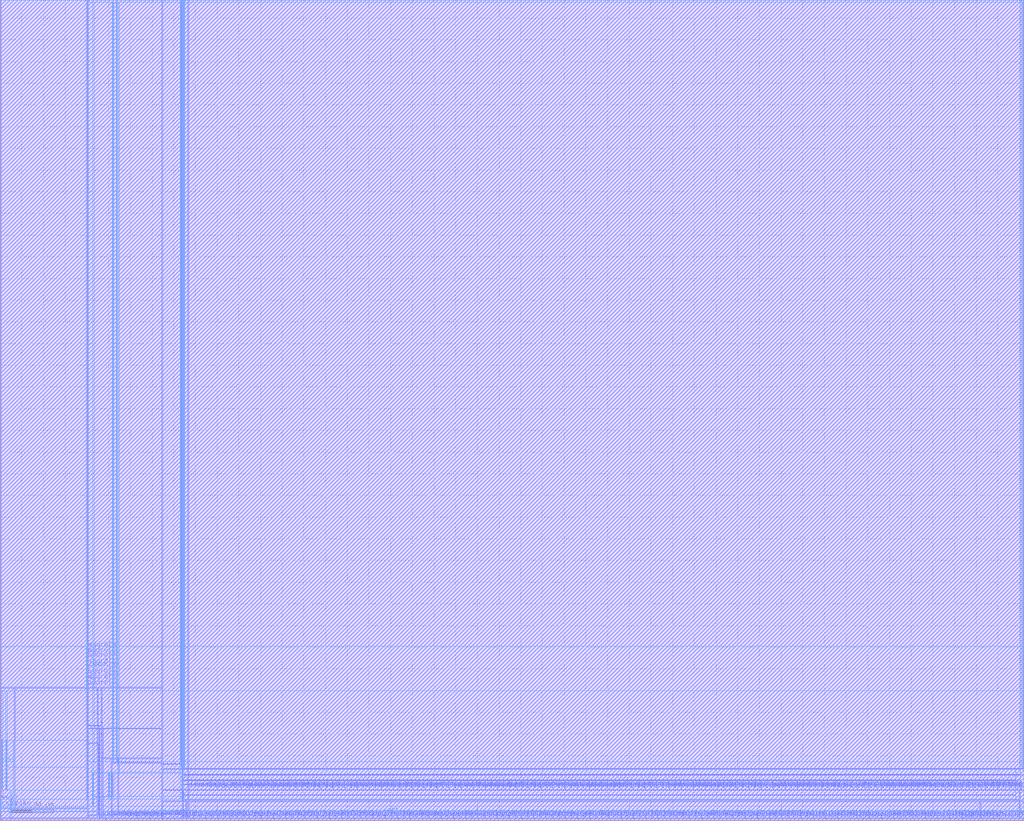
<source format=lef>
VERSION 5.4 ;
NAMESCASESENSITIVE ON ;
BUSBITCHARS "[]" ;
DIVIDERCHAR "/" ;
UNITS
  DATABASE MICRONS 2000 ;
END UNITS
MACRO freepdk45_sram_1rw0r_1024x136_17
   CLASS BLOCK ;
   SIZE 471.94 BY 378.5225 ;
   SYMMETRY X Y R90 ;
   PIN din0[0]
      DIRECTION INPUT ;
      PORT
         LAYER metal3 ;
         RECT  74.57 1.105 74.705 1.24 ;
      END
   END din0[0]
   PIN din0[1]
      DIRECTION INPUT ;
      PORT
         LAYER metal3 ;
         RECT  77.43 1.105 77.565 1.24 ;
      END
   END din0[1]
   PIN din0[2]
      DIRECTION INPUT ;
      PORT
         LAYER metal3 ;
         RECT  80.29 1.105 80.425 1.24 ;
      END
   END din0[2]
   PIN din0[3]
      DIRECTION INPUT ;
      PORT
         LAYER metal3 ;
         RECT  83.15 1.105 83.285 1.24 ;
      END
   END din0[3]
   PIN din0[4]
      DIRECTION INPUT ;
      PORT
         LAYER metal3 ;
         RECT  86.01 1.105 86.145 1.24 ;
      END
   END din0[4]
   PIN din0[5]
      DIRECTION INPUT ;
      PORT
         LAYER metal3 ;
         RECT  88.87 1.105 89.005 1.24 ;
      END
   END din0[5]
   PIN din0[6]
      DIRECTION INPUT ;
      PORT
         LAYER metal3 ;
         RECT  91.73 1.105 91.865 1.24 ;
      END
   END din0[6]
   PIN din0[7]
      DIRECTION INPUT ;
      PORT
         LAYER metal3 ;
         RECT  94.59 1.105 94.725 1.24 ;
      END
   END din0[7]
   PIN din0[8]
      DIRECTION INPUT ;
      PORT
         LAYER metal3 ;
         RECT  97.45 1.105 97.585 1.24 ;
      END
   END din0[8]
   PIN din0[9]
      DIRECTION INPUT ;
      PORT
         LAYER metal3 ;
         RECT  100.31 1.105 100.445 1.24 ;
      END
   END din0[9]
   PIN din0[10]
      DIRECTION INPUT ;
      PORT
         LAYER metal3 ;
         RECT  103.17 1.105 103.305 1.24 ;
      END
   END din0[10]
   PIN din0[11]
      DIRECTION INPUT ;
      PORT
         LAYER metal3 ;
         RECT  106.03 1.105 106.165 1.24 ;
      END
   END din0[11]
   PIN din0[12]
      DIRECTION INPUT ;
      PORT
         LAYER metal3 ;
         RECT  108.89 1.105 109.025 1.24 ;
      END
   END din0[12]
   PIN din0[13]
      DIRECTION INPUT ;
      PORT
         LAYER metal3 ;
         RECT  111.75 1.105 111.885 1.24 ;
      END
   END din0[13]
   PIN din0[14]
      DIRECTION INPUT ;
      PORT
         LAYER metal3 ;
         RECT  114.61 1.105 114.745 1.24 ;
      END
   END din0[14]
   PIN din0[15]
      DIRECTION INPUT ;
      PORT
         LAYER metal3 ;
         RECT  117.47 1.105 117.605 1.24 ;
      END
   END din0[15]
   PIN din0[16]
      DIRECTION INPUT ;
      PORT
         LAYER metal3 ;
         RECT  120.33 1.105 120.465 1.24 ;
      END
   END din0[16]
   PIN din0[17]
      DIRECTION INPUT ;
      PORT
         LAYER metal3 ;
         RECT  123.19 1.105 123.325 1.24 ;
      END
   END din0[17]
   PIN din0[18]
      DIRECTION INPUT ;
      PORT
         LAYER metal3 ;
         RECT  126.05 1.105 126.185 1.24 ;
      END
   END din0[18]
   PIN din0[19]
      DIRECTION INPUT ;
      PORT
         LAYER metal3 ;
         RECT  128.91 1.105 129.045 1.24 ;
      END
   END din0[19]
   PIN din0[20]
      DIRECTION INPUT ;
      PORT
         LAYER metal3 ;
         RECT  131.77 1.105 131.905 1.24 ;
      END
   END din0[20]
   PIN din0[21]
      DIRECTION INPUT ;
      PORT
         LAYER metal3 ;
         RECT  134.63 1.105 134.765 1.24 ;
      END
   END din0[21]
   PIN din0[22]
      DIRECTION INPUT ;
      PORT
         LAYER metal3 ;
         RECT  137.49 1.105 137.625 1.24 ;
      END
   END din0[22]
   PIN din0[23]
      DIRECTION INPUT ;
      PORT
         LAYER metal3 ;
         RECT  140.35 1.105 140.485 1.24 ;
      END
   END din0[23]
   PIN din0[24]
      DIRECTION INPUT ;
      PORT
         LAYER metal3 ;
         RECT  143.21 1.105 143.345 1.24 ;
      END
   END din0[24]
   PIN din0[25]
      DIRECTION INPUT ;
      PORT
         LAYER metal3 ;
         RECT  146.07 1.105 146.205 1.24 ;
      END
   END din0[25]
   PIN din0[26]
      DIRECTION INPUT ;
      PORT
         LAYER metal3 ;
         RECT  148.93 1.105 149.065 1.24 ;
      END
   END din0[26]
   PIN din0[27]
      DIRECTION INPUT ;
      PORT
         LAYER metal3 ;
         RECT  151.79 1.105 151.925 1.24 ;
      END
   END din0[27]
   PIN din0[28]
      DIRECTION INPUT ;
      PORT
         LAYER metal3 ;
         RECT  154.65 1.105 154.785 1.24 ;
      END
   END din0[28]
   PIN din0[29]
      DIRECTION INPUT ;
      PORT
         LAYER metal3 ;
         RECT  157.51 1.105 157.645 1.24 ;
      END
   END din0[29]
   PIN din0[30]
      DIRECTION INPUT ;
      PORT
         LAYER metal3 ;
         RECT  160.37 1.105 160.505 1.24 ;
      END
   END din0[30]
   PIN din0[31]
      DIRECTION INPUT ;
      PORT
         LAYER metal3 ;
         RECT  163.23 1.105 163.365 1.24 ;
      END
   END din0[31]
   PIN din0[32]
      DIRECTION INPUT ;
      PORT
         LAYER metal3 ;
         RECT  166.09 1.105 166.225 1.24 ;
      END
   END din0[32]
   PIN din0[33]
      DIRECTION INPUT ;
      PORT
         LAYER metal3 ;
         RECT  168.95 1.105 169.085 1.24 ;
      END
   END din0[33]
   PIN din0[34]
      DIRECTION INPUT ;
      PORT
         LAYER metal3 ;
         RECT  171.81 1.105 171.945 1.24 ;
      END
   END din0[34]
   PIN din0[35]
      DIRECTION INPUT ;
      PORT
         LAYER metal3 ;
         RECT  174.67 1.105 174.805 1.24 ;
      END
   END din0[35]
   PIN din0[36]
      DIRECTION INPUT ;
      PORT
         LAYER metal3 ;
         RECT  177.53 1.105 177.665 1.24 ;
      END
   END din0[36]
   PIN din0[37]
      DIRECTION INPUT ;
      PORT
         LAYER metal3 ;
         RECT  180.39 1.105 180.525 1.24 ;
      END
   END din0[37]
   PIN din0[38]
      DIRECTION INPUT ;
      PORT
         LAYER metal3 ;
         RECT  183.25 1.105 183.385 1.24 ;
      END
   END din0[38]
   PIN din0[39]
      DIRECTION INPUT ;
      PORT
         LAYER metal3 ;
         RECT  186.11 1.105 186.245 1.24 ;
      END
   END din0[39]
   PIN din0[40]
      DIRECTION INPUT ;
      PORT
         LAYER metal3 ;
         RECT  188.97 1.105 189.105 1.24 ;
      END
   END din0[40]
   PIN din0[41]
      DIRECTION INPUT ;
      PORT
         LAYER metal3 ;
         RECT  191.83 1.105 191.965 1.24 ;
      END
   END din0[41]
   PIN din0[42]
      DIRECTION INPUT ;
      PORT
         LAYER metal3 ;
         RECT  194.69 1.105 194.825 1.24 ;
      END
   END din0[42]
   PIN din0[43]
      DIRECTION INPUT ;
      PORT
         LAYER metal3 ;
         RECT  197.55 1.105 197.685 1.24 ;
      END
   END din0[43]
   PIN din0[44]
      DIRECTION INPUT ;
      PORT
         LAYER metal3 ;
         RECT  200.41 1.105 200.545 1.24 ;
      END
   END din0[44]
   PIN din0[45]
      DIRECTION INPUT ;
      PORT
         LAYER metal3 ;
         RECT  203.27 1.105 203.405 1.24 ;
      END
   END din0[45]
   PIN din0[46]
      DIRECTION INPUT ;
      PORT
         LAYER metal3 ;
         RECT  206.13 1.105 206.265 1.24 ;
      END
   END din0[46]
   PIN din0[47]
      DIRECTION INPUT ;
      PORT
         LAYER metal3 ;
         RECT  208.99 1.105 209.125 1.24 ;
      END
   END din0[47]
   PIN din0[48]
      DIRECTION INPUT ;
      PORT
         LAYER metal3 ;
         RECT  211.85 1.105 211.985 1.24 ;
      END
   END din0[48]
   PIN din0[49]
      DIRECTION INPUT ;
      PORT
         LAYER metal3 ;
         RECT  214.71 1.105 214.845 1.24 ;
      END
   END din0[49]
   PIN din0[50]
      DIRECTION INPUT ;
      PORT
         LAYER metal3 ;
         RECT  217.57 1.105 217.705 1.24 ;
      END
   END din0[50]
   PIN din0[51]
      DIRECTION INPUT ;
      PORT
         LAYER metal3 ;
         RECT  220.43 1.105 220.565 1.24 ;
      END
   END din0[51]
   PIN din0[52]
      DIRECTION INPUT ;
      PORT
         LAYER metal3 ;
         RECT  223.29 1.105 223.425 1.24 ;
      END
   END din0[52]
   PIN din0[53]
      DIRECTION INPUT ;
      PORT
         LAYER metal3 ;
         RECT  226.15 1.105 226.285 1.24 ;
      END
   END din0[53]
   PIN din0[54]
      DIRECTION INPUT ;
      PORT
         LAYER metal3 ;
         RECT  229.01 1.105 229.145 1.24 ;
      END
   END din0[54]
   PIN din0[55]
      DIRECTION INPUT ;
      PORT
         LAYER metal3 ;
         RECT  231.87 1.105 232.005 1.24 ;
      END
   END din0[55]
   PIN din0[56]
      DIRECTION INPUT ;
      PORT
         LAYER metal3 ;
         RECT  234.73 1.105 234.865 1.24 ;
      END
   END din0[56]
   PIN din0[57]
      DIRECTION INPUT ;
      PORT
         LAYER metal3 ;
         RECT  237.59 1.105 237.725 1.24 ;
      END
   END din0[57]
   PIN din0[58]
      DIRECTION INPUT ;
      PORT
         LAYER metal3 ;
         RECT  240.45 1.105 240.585 1.24 ;
      END
   END din0[58]
   PIN din0[59]
      DIRECTION INPUT ;
      PORT
         LAYER metal3 ;
         RECT  243.31 1.105 243.445 1.24 ;
      END
   END din0[59]
   PIN din0[60]
      DIRECTION INPUT ;
      PORT
         LAYER metal3 ;
         RECT  246.17 1.105 246.305 1.24 ;
      END
   END din0[60]
   PIN din0[61]
      DIRECTION INPUT ;
      PORT
         LAYER metal3 ;
         RECT  249.03 1.105 249.165 1.24 ;
      END
   END din0[61]
   PIN din0[62]
      DIRECTION INPUT ;
      PORT
         LAYER metal3 ;
         RECT  251.89 1.105 252.025 1.24 ;
      END
   END din0[62]
   PIN din0[63]
      DIRECTION INPUT ;
      PORT
         LAYER metal3 ;
         RECT  254.75 1.105 254.885 1.24 ;
      END
   END din0[63]
   PIN din0[64]
      DIRECTION INPUT ;
      PORT
         LAYER metal3 ;
         RECT  257.61 1.105 257.745 1.24 ;
      END
   END din0[64]
   PIN din0[65]
      DIRECTION INPUT ;
      PORT
         LAYER metal3 ;
         RECT  260.47 1.105 260.605 1.24 ;
      END
   END din0[65]
   PIN din0[66]
      DIRECTION INPUT ;
      PORT
         LAYER metal3 ;
         RECT  263.33 1.105 263.465 1.24 ;
      END
   END din0[66]
   PIN din0[67]
      DIRECTION INPUT ;
      PORT
         LAYER metal3 ;
         RECT  266.19 1.105 266.325 1.24 ;
      END
   END din0[67]
   PIN din0[68]
      DIRECTION INPUT ;
      PORT
         LAYER metal3 ;
         RECT  269.05 1.105 269.185 1.24 ;
      END
   END din0[68]
   PIN din0[69]
      DIRECTION INPUT ;
      PORT
         LAYER metal3 ;
         RECT  271.91 1.105 272.045 1.24 ;
      END
   END din0[69]
   PIN din0[70]
      DIRECTION INPUT ;
      PORT
         LAYER metal3 ;
         RECT  274.77 1.105 274.905 1.24 ;
      END
   END din0[70]
   PIN din0[71]
      DIRECTION INPUT ;
      PORT
         LAYER metal3 ;
         RECT  277.63 1.105 277.765 1.24 ;
      END
   END din0[71]
   PIN din0[72]
      DIRECTION INPUT ;
      PORT
         LAYER metal3 ;
         RECT  280.49 1.105 280.625 1.24 ;
      END
   END din0[72]
   PIN din0[73]
      DIRECTION INPUT ;
      PORT
         LAYER metal3 ;
         RECT  283.35 1.105 283.485 1.24 ;
      END
   END din0[73]
   PIN din0[74]
      DIRECTION INPUT ;
      PORT
         LAYER metal3 ;
         RECT  286.21 1.105 286.345 1.24 ;
      END
   END din0[74]
   PIN din0[75]
      DIRECTION INPUT ;
      PORT
         LAYER metal3 ;
         RECT  289.07 1.105 289.205 1.24 ;
      END
   END din0[75]
   PIN din0[76]
      DIRECTION INPUT ;
      PORT
         LAYER metal3 ;
         RECT  291.93 1.105 292.065 1.24 ;
      END
   END din0[76]
   PIN din0[77]
      DIRECTION INPUT ;
      PORT
         LAYER metal3 ;
         RECT  294.79 1.105 294.925 1.24 ;
      END
   END din0[77]
   PIN din0[78]
      DIRECTION INPUT ;
      PORT
         LAYER metal3 ;
         RECT  297.65 1.105 297.785 1.24 ;
      END
   END din0[78]
   PIN din0[79]
      DIRECTION INPUT ;
      PORT
         LAYER metal3 ;
         RECT  300.51 1.105 300.645 1.24 ;
      END
   END din0[79]
   PIN din0[80]
      DIRECTION INPUT ;
      PORT
         LAYER metal3 ;
         RECT  303.37 1.105 303.505 1.24 ;
      END
   END din0[80]
   PIN din0[81]
      DIRECTION INPUT ;
      PORT
         LAYER metal3 ;
         RECT  306.23 1.105 306.365 1.24 ;
      END
   END din0[81]
   PIN din0[82]
      DIRECTION INPUT ;
      PORT
         LAYER metal3 ;
         RECT  309.09 1.105 309.225 1.24 ;
      END
   END din0[82]
   PIN din0[83]
      DIRECTION INPUT ;
      PORT
         LAYER metal3 ;
         RECT  311.95 1.105 312.085 1.24 ;
      END
   END din0[83]
   PIN din0[84]
      DIRECTION INPUT ;
      PORT
         LAYER metal3 ;
         RECT  314.81 1.105 314.945 1.24 ;
      END
   END din0[84]
   PIN din0[85]
      DIRECTION INPUT ;
      PORT
         LAYER metal3 ;
         RECT  317.67 1.105 317.805 1.24 ;
      END
   END din0[85]
   PIN din0[86]
      DIRECTION INPUT ;
      PORT
         LAYER metal3 ;
         RECT  320.53 1.105 320.665 1.24 ;
      END
   END din0[86]
   PIN din0[87]
      DIRECTION INPUT ;
      PORT
         LAYER metal3 ;
         RECT  323.39 1.105 323.525 1.24 ;
      END
   END din0[87]
   PIN din0[88]
      DIRECTION INPUT ;
      PORT
         LAYER metal3 ;
         RECT  326.25 1.105 326.385 1.24 ;
      END
   END din0[88]
   PIN din0[89]
      DIRECTION INPUT ;
      PORT
         LAYER metal3 ;
         RECT  329.11 1.105 329.245 1.24 ;
      END
   END din0[89]
   PIN din0[90]
      DIRECTION INPUT ;
      PORT
         LAYER metal3 ;
         RECT  331.97 1.105 332.105 1.24 ;
      END
   END din0[90]
   PIN din0[91]
      DIRECTION INPUT ;
      PORT
         LAYER metal3 ;
         RECT  334.83 1.105 334.965 1.24 ;
      END
   END din0[91]
   PIN din0[92]
      DIRECTION INPUT ;
      PORT
         LAYER metal3 ;
         RECT  337.69 1.105 337.825 1.24 ;
      END
   END din0[92]
   PIN din0[93]
      DIRECTION INPUT ;
      PORT
         LAYER metal3 ;
         RECT  340.55 1.105 340.685 1.24 ;
      END
   END din0[93]
   PIN din0[94]
      DIRECTION INPUT ;
      PORT
         LAYER metal3 ;
         RECT  343.41 1.105 343.545 1.24 ;
      END
   END din0[94]
   PIN din0[95]
      DIRECTION INPUT ;
      PORT
         LAYER metal3 ;
         RECT  346.27 1.105 346.405 1.24 ;
      END
   END din0[95]
   PIN din0[96]
      DIRECTION INPUT ;
      PORT
         LAYER metal3 ;
         RECT  349.13 1.105 349.265 1.24 ;
      END
   END din0[96]
   PIN din0[97]
      DIRECTION INPUT ;
      PORT
         LAYER metal3 ;
         RECT  351.99 1.105 352.125 1.24 ;
      END
   END din0[97]
   PIN din0[98]
      DIRECTION INPUT ;
      PORT
         LAYER metal3 ;
         RECT  354.85 1.105 354.985 1.24 ;
      END
   END din0[98]
   PIN din0[99]
      DIRECTION INPUT ;
      PORT
         LAYER metal3 ;
         RECT  357.71 1.105 357.845 1.24 ;
      END
   END din0[99]
   PIN din0[100]
      DIRECTION INPUT ;
      PORT
         LAYER metal3 ;
         RECT  360.57 1.105 360.705 1.24 ;
      END
   END din0[100]
   PIN din0[101]
      DIRECTION INPUT ;
      PORT
         LAYER metal3 ;
         RECT  363.43 1.105 363.565 1.24 ;
      END
   END din0[101]
   PIN din0[102]
      DIRECTION INPUT ;
      PORT
         LAYER metal3 ;
         RECT  366.29 1.105 366.425 1.24 ;
      END
   END din0[102]
   PIN din0[103]
      DIRECTION INPUT ;
      PORT
         LAYER metal3 ;
         RECT  369.15 1.105 369.285 1.24 ;
      END
   END din0[103]
   PIN din0[104]
      DIRECTION INPUT ;
      PORT
         LAYER metal3 ;
         RECT  372.01 1.105 372.145 1.24 ;
      END
   END din0[104]
   PIN din0[105]
      DIRECTION INPUT ;
      PORT
         LAYER metal3 ;
         RECT  374.87 1.105 375.005 1.24 ;
      END
   END din0[105]
   PIN din0[106]
      DIRECTION INPUT ;
      PORT
         LAYER metal3 ;
         RECT  377.73 1.105 377.865 1.24 ;
      END
   END din0[106]
   PIN din0[107]
      DIRECTION INPUT ;
      PORT
         LAYER metal3 ;
         RECT  380.59 1.105 380.725 1.24 ;
      END
   END din0[107]
   PIN din0[108]
      DIRECTION INPUT ;
      PORT
         LAYER metal3 ;
         RECT  383.45 1.105 383.585 1.24 ;
      END
   END din0[108]
   PIN din0[109]
      DIRECTION INPUT ;
      PORT
         LAYER metal3 ;
         RECT  386.31 1.105 386.445 1.24 ;
      END
   END din0[109]
   PIN din0[110]
      DIRECTION INPUT ;
      PORT
         LAYER metal3 ;
         RECT  389.17 1.105 389.305 1.24 ;
      END
   END din0[110]
   PIN din0[111]
      DIRECTION INPUT ;
      PORT
         LAYER metal3 ;
         RECT  392.03 1.105 392.165 1.24 ;
      END
   END din0[111]
   PIN din0[112]
      DIRECTION INPUT ;
      PORT
         LAYER metal3 ;
         RECT  394.89 1.105 395.025 1.24 ;
      END
   END din0[112]
   PIN din0[113]
      DIRECTION INPUT ;
      PORT
         LAYER metal3 ;
         RECT  397.75 1.105 397.885 1.24 ;
      END
   END din0[113]
   PIN din0[114]
      DIRECTION INPUT ;
      PORT
         LAYER metal3 ;
         RECT  400.61 1.105 400.745 1.24 ;
      END
   END din0[114]
   PIN din0[115]
      DIRECTION INPUT ;
      PORT
         LAYER metal3 ;
         RECT  403.47 1.105 403.605 1.24 ;
      END
   END din0[115]
   PIN din0[116]
      DIRECTION INPUT ;
      PORT
         LAYER metal3 ;
         RECT  406.33 1.105 406.465 1.24 ;
      END
   END din0[116]
   PIN din0[117]
      DIRECTION INPUT ;
      PORT
         LAYER metal3 ;
         RECT  409.19 1.105 409.325 1.24 ;
      END
   END din0[117]
   PIN din0[118]
      DIRECTION INPUT ;
      PORT
         LAYER metal3 ;
         RECT  412.05 1.105 412.185 1.24 ;
      END
   END din0[118]
   PIN din0[119]
      DIRECTION INPUT ;
      PORT
         LAYER metal3 ;
         RECT  414.91 1.105 415.045 1.24 ;
      END
   END din0[119]
   PIN din0[120]
      DIRECTION INPUT ;
      PORT
         LAYER metal3 ;
         RECT  417.77 1.105 417.905 1.24 ;
      END
   END din0[120]
   PIN din0[121]
      DIRECTION INPUT ;
      PORT
         LAYER metal3 ;
         RECT  420.63 1.105 420.765 1.24 ;
      END
   END din0[121]
   PIN din0[122]
      DIRECTION INPUT ;
      PORT
         LAYER metal3 ;
         RECT  423.49 1.105 423.625 1.24 ;
      END
   END din0[122]
   PIN din0[123]
      DIRECTION INPUT ;
      PORT
         LAYER metal3 ;
         RECT  426.35 1.105 426.485 1.24 ;
      END
   END din0[123]
   PIN din0[124]
      DIRECTION INPUT ;
      PORT
         LAYER metal3 ;
         RECT  429.21 1.105 429.345 1.24 ;
      END
   END din0[124]
   PIN din0[125]
      DIRECTION INPUT ;
      PORT
         LAYER metal3 ;
         RECT  432.07 1.105 432.205 1.24 ;
      END
   END din0[125]
   PIN din0[126]
      DIRECTION INPUT ;
      PORT
         LAYER metal3 ;
         RECT  434.93 1.105 435.065 1.24 ;
      END
   END din0[126]
   PIN din0[127]
      DIRECTION INPUT ;
      PORT
         LAYER metal3 ;
         RECT  437.79 1.105 437.925 1.24 ;
      END
   END din0[127]
   PIN din0[128]
      DIRECTION INPUT ;
      PORT
         LAYER metal3 ;
         RECT  440.65 1.105 440.785 1.24 ;
      END
   END din0[128]
   PIN din0[129]
      DIRECTION INPUT ;
      PORT
         LAYER metal3 ;
         RECT  443.51 1.105 443.645 1.24 ;
      END
   END din0[129]
   PIN din0[130]
      DIRECTION INPUT ;
      PORT
         LAYER metal3 ;
         RECT  446.37 1.105 446.505 1.24 ;
      END
   END din0[130]
   PIN din0[131]
      DIRECTION INPUT ;
      PORT
         LAYER metal3 ;
         RECT  449.23 1.105 449.365 1.24 ;
      END
   END din0[131]
   PIN din0[132]
      DIRECTION INPUT ;
      PORT
         LAYER metal3 ;
         RECT  452.09 1.105 452.225 1.24 ;
      END
   END din0[132]
   PIN din0[133]
      DIRECTION INPUT ;
      PORT
         LAYER metal3 ;
         RECT  454.95 1.105 455.085 1.24 ;
      END
   END din0[133]
   PIN din0[134]
      DIRECTION INPUT ;
      PORT
         LAYER metal3 ;
         RECT  457.81 1.105 457.945 1.24 ;
      END
   END din0[134]
   PIN din0[135]
      DIRECTION INPUT ;
      PORT
         LAYER metal3 ;
         RECT  460.67 1.105 460.805 1.24 ;
      END
   END din0[135]
   PIN addr0[0]
      DIRECTION INPUT ;
      PORT
         LAYER metal3 ;
         RECT  45.97 1.105 46.105 1.24 ;
      END
   END addr0[0]
   PIN addr0[1]
      DIRECTION INPUT ;
      PORT
         LAYER metal3 ;
         RECT  48.83 1.105 48.965 1.24 ;
      END
   END addr0[1]
   PIN addr0[2]
      DIRECTION INPUT ;
      PORT
         LAYER metal3 ;
         RECT  40.25 61.3175 40.385 61.4525 ;
      END
   END addr0[2]
   PIN addr0[3]
      DIRECTION INPUT ;
      PORT
         LAYER metal3 ;
         RECT  40.25 64.0475 40.385 64.1825 ;
      END
   END addr0[3]
   PIN addr0[4]
      DIRECTION INPUT ;
      PORT
         LAYER metal3 ;
         RECT  40.25 66.2575 40.385 66.3925 ;
      END
   END addr0[4]
   PIN addr0[5]
      DIRECTION INPUT ;
      PORT
         LAYER metal3 ;
         RECT  40.25 68.9875 40.385 69.1225 ;
      END
   END addr0[5]
   PIN addr0[6]
      DIRECTION INPUT ;
      PORT
         LAYER metal3 ;
         RECT  40.25 71.1975 40.385 71.3325 ;
      END
   END addr0[6]
   PIN addr0[7]
      DIRECTION INPUT ;
      PORT
         LAYER metal3 ;
         RECT  40.25 73.9275 40.385 74.0625 ;
      END
   END addr0[7]
   PIN addr0[8]
      DIRECTION INPUT ;
      PORT
         LAYER metal3 ;
         RECT  40.25 76.1375 40.385 76.2725 ;
      END
   END addr0[8]
   PIN addr0[9]
      DIRECTION INPUT ;
      PORT
         LAYER metal3 ;
         RECT  40.25 78.8675 40.385 79.0025 ;
      END
   END addr0[9]
   PIN csb0
      DIRECTION INPUT ;
      PORT
         LAYER metal3 ;
         RECT  0.285 5.6775 0.42 5.8125 ;
      END
   END csb0
   PIN web0
      DIRECTION INPUT ;
      PORT
         LAYER metal3 ;
         RECT  0.285 8.4075 0.42 8.5425 ;
      END
   END web0
   PIN clk0
      DIRECTION INPUT ;
      PORT
         LAYER metal3 ;
         RECT  6.5275 5.7625 6.6625 5.8975 ;
      END
   END clk0
   PIN wmask0[0]
      DIRECTION INPUT ;
      PORT
         LAYER metal3 ;
         RECT  51.69 1.105 51.825 1.24 ;
      END
   END wmask0[0]
   PIN wmask0[1]
      DIRECTION INPUT ;
      PORT
         LAYER metal3 ;
         RECT  54.55 1.105 54.685 1.24 ;
      END
   END wmask0[1]
   PIN wmask0[2]
      DIRECTION INPUT ;
      PORT
         LAYER metal3 ;
         RECT  57.41 1.105 57.545 1.24 ;
      END
   END wmask0[2]
   PIN wmask0[3]
      DIRECTION INPUT ;
      PORT
         LAYER metal3 ;
         RECT  60.27 1.105 60.405 1.24 ;
      END
   END wmask0[3]
   PIN wmask0[4]
      DIRECTION INPUT ;
      PORT
         LAYER metal3 ;
         RECT  63.13 1.105 63.265 1.24 ;
      END
   END wmask0[4]
   PIN wmask0[5]
      DIRECTION INPUT ;
      PORT
         LAYER metal3 ;
         RECT  65.99 1.105 66.125 1.24 ;
      END
   END wmask0[5]
   PIN wmask0[6]
      DIRECTION INPUT ;
      PORT
         LAYER metal3 ;
         RECT  68.85 1.105 68.985 1.24 ;
      END
   END wmask0[6]
   PIN wmask0[7]
      DIRECTION INPUT ;
      PORT
         LAYER metal3 ;
         RECT  71.71 1.105 71.845 1.24 ;
      END
   END wmask0[7]
   PIN dout0[0]
      DIRECTION OUTPUT ;
      PORT
         LAYER metal3 ;
         RECT  86.5525 14.1125 86.6875 14.2475 ;
      END
   END dout0[0]
   PIN dout0[1]
      DIRECTION OUTPUT ;
      PORT
         LAYER metal3 ;
         RECT  89.3725 14.1125 89.5075 14.2475 ;
      END
   END dout0[1]
   PIN dout0[2]
      DIRECTION OUTPUT ;
      PORT
         LAYER metal3 ;
         RECT  92.1925 14.1125 92.3275 14.2475 ;
      END
   END dout0[2]
   PIN dout0[3]
      DIRECTION OUTPUT ;
      PORT
         LAYER metal3 ;
         RECT  95.0125 14.1125 95.1475 14.2475 ;
      END
   END dout0[3]
   PIN dout0[4]
      DIRECTION OUTPUT ;
      PORT
         LAYER metal3 ;
         RECT  97.8325 14.1125 97.9675 14.2475 ;
      END
   END dout0[4]
   PIN dout0[5]
      DIRECTION OUTPUT ;
      PORT
         LAYER metal3 ;
         RECT  100.6525 14.1125 100.7875 14.2475 ;
      END
   END dout0[5]
   PIN dout0[6]
      DIRECTION OUTPUT ;
      PORT
         LAYER metal3 ;
         RECT  103.4725 14.1125 103.6075 14.2475 ;
      END
   END dout0[6]
   PIN dout0[7]
      DIRECTION OUTPUT ;
      PORT
         LAYER metal3 ;
         RECT  106.2925 14.1125 106.4275 14.2475 ;
      END
   END dout0[7]
   PIN dout0[8]
      DIRECTION OUTPUT ;
      PORT
         LAYER metal3 ;
         RECT  109.1125 14.1125 109.2475 14.2475 ;
      END
   END dout0[8]
   PIN dout0[9]
      DIRECTION OUTPUT ;
      PORT
         LAYER metal3 ;
         RECT  111.9325 14.1125 112.0675 14.2475 ;
      END
   END dout0[9]
   PIN dout0[10]
      DIRECTION OUTPUT ;
      PORT
         LAYER metal3 ;
         RECT  114.7525 14.1125 114.8875 14.2475 ;
      END
   END dout0[10]
   PIN dout0[11]
      DIRECTION OUTPUT ;
      PORT
         LAYER metal3 ;
         RECT  117.5725 14.1125 117.7075 14.2475 ;
      END
   END dout0[11]
   PIN dout0[12]
      DIRECTION OUTPUT ;
      PORT
         LAYER metal3 ;
         RECT  120.3925 14.1125 120.5275 14.2475 ;
      END
   END dout0[12]
   PIN dout0[13]
      DIRECTION OUTPUT ;
      PORT
         LAYER metal3 ;
         RECT  123.2125 14.1125 123.3475 14.2475 ;
      END
   END dout0[13]
   PIN dout0[14]
      DIRECTION OUTPUT ;
      PORT
         LAYER metal3 ;
         RECT  126.0325 14.1125 126.1675 14.2475 ;
      END
   END dout0[14]
   PIN dout0[15]
      DIRECTION OUTPUT ;
      PORT
         LAYER metal3 ;
         RECT  128.8525 14.1125 128.9875 14.2475 ;
      END
   END dout0[15]
   PIN dout0[16]
      DIRECTION OUTPUT ;
      PORT
         LAYER metal3 ;
         RECT  131.6725 14.1125 131.8075 14.2475 ;
      END
   END dout0[16]
   PIN dout0[17]
      DIRECTION OUTPUT ;
      PORT
         LAYER metal3 ;
         RECT  134.4925 14.1125 134.6275 14.2475 ;
      END
   END dout0[17]
   PIN dout0[18]
      DIRECTION OUTPUT ;
      PORT
         LAYER metal3 ;
         RECT  137.3125 14.1125 137.4475 14.2475 ;
      END
   END dout0[18]
   PIN dout0[19]
      DIRECTION OUTPUT ;
      PORT
         LAYER metal3 ;
         RECT  140.1325 14.1125 140.2675 14.2475 ;
      END
   END dout0[19]
   PIN dout0[20]
      DIRECTION OUTPUT ;
      PORT
         LAYER metal3 ;
         RECT  142.9525 14.1125 143.0875 14.2475 ;
      END
   END dout0[20]
   PIN dout0[21]
      DIRECTION OUTPUT ;
      PORT
         LAYER metal3 ;
         RECT  145.7725 14.1125 145.9075 14.2475 ;
      END
   END dout0[21]
   PIN dout0[22]
      DIRECTION OUTPUT ;
      PORT
         LAYER metal3 ;
         RECT  148.5925 14.1125 148.7275 14.2475 ;
      END
   END dout0[22]
   PIN dout0[23]
      DIRECTION OUTPUT ;
      PORT
         LAYER metal3 ;
         RECT  151.4125 14.1125 151.5475 14.2475 ;
      END
   END dout0[23]
   PIN dout0[24]
      DIRECTION OUTPUT ;
      PORT
         LAYER metal3 ;
         RECT  154.2325 14.1125 154.3675 14.2475 ;
      END
   END dout0[24]
   PIN dout0[25]
      DIRECTION OUTPUT ;
      PORT
         LAYER metal3 ;
         RECT  157.0525 14.1125 157.1875 14.2475 ;
      END
   END dout0[25]
   PIN dout0[26]
      DIRECTION OUTPUT ;
      PORT
         LAYER metal3 ;
         RECT  159.8725 14.1125 160.0075 14.2475 ;
      END
   END dout0[26]
   PIN dout0[27]
      DIRECTION OUTPUT ;
      PORT
         LAYER metal3 ;
         RECT  162.6925 14.1125 162.8275 14.2475 ;
      END
   END dout0[27]
   PIN dout0[28]
      DIRECTION OUTPUT ;
      PORT
         LAYER metal3 ;
         RECT  165.5125 14.1125 165.6475 14.2475 ;
      END
   END dout0[28]
   PIN dout0[29]
      DIRECTION OUTPUT ;
      PORT
         LAYER metal3 ;
         RECT  168.3325 14.1125 168.4675 14.2475 ;
      END
   END dout0[29]
   PIN dout0[30]
      DIRECTION OUTPUT ;
      PORT
         LAYER metal3 ;
         RECT  171.1525 14.1125 171.2875 14.2475 ;
      END
   END dout0[30]
   PIN dout0[31]
      DIRECTION OUTPUT ;
      PORT
         LAYER metal3 ;
         RECT  173.9725 14.1125 174.1075 14.2475 ;
      END
   END dout0[31]
   PIN dout0[32]
      DIRECTION OUTPUT ;
      PORT
         LAYER metal3 ;
         RECT  176.7925 14.1125 176.9275 14.2475 ;
      END
   END dout0[32]
   PIN dout0[33]
      DIRECTION OUTPUT ;
      PORT
         LAYER metal3 ;
         RECT  179.6125 14.1125 179.7475 14.2475 ;
      END
   END dout0[33]
   PIN dout0[34]
      DIRECTION OUTPUT ;
      PORT
         LAYER metal3 ;
         RECT  182.4325 14.1125 182.5675 14.2475 ;
      END
   END dout0[34]
   PIN dout0[35]
      DIRECTION OUTPUT ;
      PORT
         LAYER metal3 ;
         RECT  185.2525 14.1125 185.3875 14.2475 ;
      END
   END dout0[35]
   PIN dout0[36]
      DIRECTION OUTPUT ;
      PORT
         LAYER metal3 ;
         RECT  188.0725 14.1125 188.2075 14.2475 ;
      END
   END dout0[36]
   PIN dout0[37]
      DIRECTION OUTPUT ;
      PORT
         LAYER metal3 ;
         RECT  190.8925 14.1125 191.0275 14.2475 ;
      END
   END dout0[37]
   PIN dout0[38]
      DIRECTION OUTPUT ;
      PORT
         LAYER metal3 ;
         RECT  193.7125 14.1125 193.8475 14.2475 ;
      END
   END dout0[38]
   PIN dout0[39]
      DIRECTION OUTPUT ;
      PORT
         LAYER metal3 ;
         RECT  196.5325 14.1125 196.6675 14.2475 ;
      END
   END dout0[39]
   PIN dout0[40]
      DIRECTION OUTPUT ;
      PORT
         LAYER metal3 ;
         RECT  199.3525 14.1125 199.4875 14.2475 ;
      END
   END dout0[40]
   PIN dout0[41]
      DIRECTION OUTPUT ;
      PORT
         LAYER metal3 ;
         RECT  202.1725 14.1125 202.3075 14.2475 ;
      END
   END dout0[41]
   PIN dout0[42]
      DIRECTION OUTPUT ;
      PORT
         LAYER metal3 ;
         RECT  204.9925 14.1125 205.1275 14.2475 ;
      END
   END dout0[42]
   PIN dout0[43]
      DIRECTION OUTPUT ;
      PORT
         LAYER metal3 ;
         RECT  207.8125 14.1125 207.9475 14.2475 ;
      END
   END dout0[43]
   PIN dout0[44]
      DIRECTION OUTPUT ;
      PORT
         LAYER metal3 ;
         RECT  210.6325 14.1125 210.7675 14.2475 ;
      END
   END dout0[44]
   PIN dout0[45]
      DIRECTION OUTPUT ;
      PORT
         LAYER metal3 ;
         RECT  213.4525 14.1125 213.5875 14.2475 ;
      END
   END dout0[45]
   PIN dout0[46]
      DIRECTION OUTPUT ;
      PORT
         LAYER metal3 ;
         RECT  216.2725 14.1125 216.4075 14.2475 ;
      END
   END dout0[46]
   PIN dout0[47]
      DIRECTION OUTPUT ;
      PORT
         LAYER metal3 ;
         RECT  219.0925 14.1125 219.2275 14.2475 ;
      END
   END dout0[47]
   PIN dout0[48]
      DIRECTION OUTPUT ;
      PORT
         LAYER metal3 ;
         RECT  221.9125 14.1125 222.0475 14.2475 ;
      END
   END dout0[48]
   PIN dout0[49]
      DIRECTION OUTPUT ;
      PORT
         LAYER metal3 ;
         RECT  224.7325 14.1125 224.8675 14.2475 ;
      END
   END dout0[49]
   PIN dout0[50]
      DIRECTION OUTPUT ;
      PORT
         LAYER metal3 ;
         RECT  227.5525 14.1125 227.6875 14.2475 ;
      END
   END dout0[50]
   PIN dout0[51]
      DIRECTION OUTPUT ;
      PORT
         LAYER metal3 ;
         RECT  230.3725 14.1125 230.5075 14.2475 ;
      END
   END dout0[51]
   PIN dout0[52]
      DIRECTION OUTPUT ;
      PORT
         LAYER metal3 ;
         RECT  233.1925 14.1125 233.3275 14.2475 ;
      END
   END dout0[52]
   PIN dout0[53]
      DIRECTION OUTPUT ;
      PORT
         LAYER metal3 ;
         RECT  236.0125 14.1125 236.1475 14.2475 ;
      END
   END dout0[53]
   PIN dout0[54]
      DIRECTION OUTPUT ;
      PORT
         LAYER metal3 ;
         RECT  238.8325 14.1125 238.9675 14.2475 ;
      END
   END dout0[54]
   PIN dout0[55]
      DIRECTION OUTPUT ;
      PORT
         LAYER metal3 ;
         RECT  241.6525 14.1125 241.7875 14.2475 ;
      END
   END dout0[55]
   PIN dout0[56]
      DIRECTION OUTPUT ;
      PORT
         LAYER metal3 ;
         RECT  244.4725 14.1125 244.6075 14.2475 ;
      END
   END dout0[56]
   PIN dout0[57]
      DIRECTION OUTPUT ;
      PORT
         LAYER metal3 ;
         RECT  247.2925 14.1125 247.4275 14.2475 ;
      END
   END dout0[57]
   PIN dout0[58]
      DIRECTION OUTPUT ;
      PORT
         LAYER metal3 ;
         RECT  250.1125 14.1125 250.2475 14.2475 ;
      END
   END dout0[58]
   PIN dout0[59]
      DIRECTION OUTPUT ;
      PORT
         LAYER metal3 ;
         RECT  252.9325 14.1125 253.0675 14.2475 ;
      END
   END dout0[59]
   PIN dout0[60]
      DIRECTION OUTPUT ;
      PORT
         LAYER metal3 ;
         RECT  255.7525 14.1125 255.8875 14.2475 ;
      END
   END dout0[60]
   PIN dout0[61]
      DIRECTION OUTPUT ;
      PORT
         LAYER metal3 ;
         RECT  258.5725 14.1125 258.7075 14.2475 ;
      END
   END dout0[61]
   PIN dout0[62]
      DIRECTION OUTPUT ;
      PORT
         LAYER metal3 ;
         RECT  261.3925 14.1125 261.5275 14.2475 ;
      END
   END dout0[62]
   PIN dout0[63]
      DIRECTION OUTPUT ;
      PORT
         LAYER metal3 ;
         RECT  264.2125 14.1125 264.3475 14.2475 ;
      END
   END dout0[63]
   PIN dout0[64]
      DIRECTION OUTPUT ;
      PORT
         LAYER metal3 ;
         RECT  267.0325 14.1125 267.1675 14.2475 ;
      END
   END dout0[64]
   PIN dout0[65]
      DIRECTION OUTPUT ;
      PORT
         LAYER metal3 ;
         RECT  269.8525 14.1125 269.9875 14.2475 ;
      END
   END dout0[65]
   PIN dout0[66]
      DIRECTION OUTPUT ;
      PORT
         LAYER metal3 ;
         RECT  272.6725 14.1125 272.8075 14.2475 ;
      END
   END dout0[66]
   PIN dout0[67]
      DIRECTION OUTPUT ;
      PORT
         LAYER metal3 ;
         RECT  275.4925 14.1125 275.6275 14.2475 ;
      END
   END dout0[67]
   PIN dout0[68]
      DIRECTION OUTPUT ;
      PORT
         LAYER metal3 ;
         RECT  278.3125 14.1125 278.4475 14.2475 ;
      END
   END dout0[68]
   PIN dout0[69]
      DIRECTION OUTPUT ;
      PORT
         LAYER metal3 ;
         RECT  281.1325 14.1125 281.2675 14.2475 ;
      END
   END dout0[69]
   PIN dout0[70]
      DIRECTION OUTPUT ;
      PORT
         LAYER metal3 ;
         RECT  283.9525 14.1125 284.0875 14.2475 ;
      END
   END dout0[70]
   PIN dout0[71]
      DIRECTION OUTPUT ;
      PORT
         LAYER metal3 ;
         RECT  286.7725 14.1125 286.9075 14.2475 ;
      END
   END dout0[71]
   PIN dout0[72]
      DIRECTION OUTPUT ;
      PORT
         LAYER metal3 ;
         RECT  289.5925 14.1125 289.7275 14.2475 ;
      END
   END dout0[72]
   PIN dout0[73]
      DIRECTION OUTPUT ;
      PORT
         LAYER metal3 ;
         RECT  292.4125 14.1125 292.5475 14.2475 ;
      END
   END dout0[73]
   PIN dout0[74]
      DIRECTION OUTPUT ;
      PORT
         LAYER metal3 ;
         RECT  295.2325 14.1125 295.3675 14.2475 ;
      END
   END dout0[74]
   PIN dout0[75]
      DIRECTION OUTPUT ;
      PORT
         LAYER metal3 ;
         RECT  298.0525 14.1125 298.1875 14.2475 ;
      END
   END dout0[75]
   PIN dout0[76]
      DIRECTION OUTPUT ;
      PORT
         LAYER metal3 ;
         RECT  300.8725 14.1125 301.0075 14.2475 ;
      END
   END dout0[76]
   PIN dout0[77]
      DIRECTION OUTPUT ;
      PORT
         LAYER metal3 ;
         RECT  303.6925 14.1125 303.8275 14.2475 ;
      END
   END dout0[77]
   PIN dout0[78]
      DIRECTION OUTPUT ;
      PORT
         LAYER metal3 ;
         RECT  306.5125 14.1125 306.6475 14.2475 ;
      END
   END dout0[78]
   PIN dout0[79]
      DIRECTION OUTPUT ;
      PORT
         LAYER metal3 ;
         RECT  309.3325 14.1125 309.4675 14.2475 ;
      END
   END dout0[79]
   PIN dout0[80]
      DIRECTION OUTPUT ;
      PORT
         LAYER metal3 ;
         RECT  312.1525 14.1125 312.2875 14.2475 ;
      END
   END dout0[80]
   PIN dout0[81]
      DIRECTION OUTPUT ;
      PORT
         LAYER metal3 ;
         RECT  314.9725 14.1125 315.1075 14.2475 ;
      END
   END dout0[81]
   PIN dout0[82]
      DIRECTION OUTPUT ;
      PORT
         LAYER metal3 ;
         RECT  317.7925 14.1125 317.9275 14.2475 ;
      END
   END dout0[82]
   PIN dout0[83]
      DIRECTION OUTPUT ;
      PORT
         LAYER metal3 ;
         RECT  320.6125 14.1125 320.7475 14.2475 ;
      END
   END dout0[83]
   PIN dout0[84]
      DIRECTION OUTPUT ;
      PORT
         LAYER metal3 ;
         RECT  323.4325 14.1125 323.5675 14.2475 ;
      END
   END dout0[84]
   PIN dout0[85]
      DIRECTION OUTPUT ;
      PORT
         LAYER metal3 ;
         RECT  326.2525 14.1125 326.3875 14.2475 ;
      END
   END dout0[85]
   PIN dout0[86]
      DIRECTION OUTPUT ;
      PORT
         LAYER metal3 ;
         RECT  329.0725 14.1125 329.2075 14.2475 ;
      END
   END dout0[86]
   PIN dout0[87]
      DIRECTION OUTPUT ;
      PORT
         LAYER metal3 ;
         RECT  331.8925 14.1125 332.0275 14.2475 ;
      END
   END dout0[87]
   PIN dout0[88]
      DIRECTION OUTPUT ;
      PORT
         LAYER metal3 ;
         RECT  334.7125 14.1125 334.8475 14.2475 ;
      END
   END dout0[88]
   PIN dout0[89]
      DIRECTION OUTPUT ;
      PORT
         LAYER metal3 ;
         RECT  337.5325 14.1125 337.6675 14.2475 ;
      END
   END dout0[89]
   PIN dout0[90]
      DIRECTION OUTPUT ;
      PORT
         LAYER metal3 ;
         RECT  340.3525 14.1125 340.4875 14.2475 ;
      END
   END dout0[90]
   PIN dout0[91]
      DIRECTION OUTPUT ;
      PORT
         LAYER metal3 ;
         RECT  343.1725 14.1125 343.3075 14.2475 ;
      END
   END dout0[91]
   PIN dout0[92]
      DIRECTION OUTPUT ;
      PORT
         LAYER metal3 ;
         RECT  345.9925 14.1125 346.1275 14.2475 ;
      END
   END dout0[92]
   PIN dout0[93]
      DIRECTION OUTPUT ;
      PORT
         LAYER metal3 ;
         RECT  348.8125 14.1125 348.9475 14.2475 ;
      END
   END dout0[93]
   PIN dout0[94]
      DIRECTION OUTPUT ;
      PORT
         LAYER metal3 ;
         RECT  351.6325 14.1125 351.7675 14.2475 ;
      END
   END dout0[94]
   PIN dout0[95]
      DIRECTION OUTPUT ;
      PORT
         LAYER metal3 ;
         RECT  354.4525 14.1125 354.5875 14.2475 ;
      END
   END dout0[95]
   PIN dout0[96]
      DIRECTION OUTPUT ;
      PORT
         LAYER metal3 ;
         RECT  357.2725 14.1125 357.4075 14.2475 ;
      END
   END dout0[96]
   PIN dout0[97]
      DIRECTION OUTPUT ;
      PORT
         LAYER metal3 ;
         RECT  360.0925 14.1125 360.2275 14.2475 ;
      END
   END dout0[97]
   PIN dout0[98]
      DIRECTION OUTPUT ;
      PORT
         LAYER metal3 ;
         RECT  362.9125 14.1125 363.0475 14.2475 ;
      END
   END dout0[98]
   PIN dout0[99]
      DIRECTION OUTPUT ;
      PORT
         LAYER metal3 ;
         RECT  365.7325 14.1125 365.8675 14.2475 ;
      END
   END dout0[99]
   PIN dout0[100]
      DIRECTION OUTPUT ;
      PORT
         LAYER metal3 ;
         RECT  368.5525 14.1125 368.6875 14.2475 ;
      END
   END dout0[100]
   PIN dout0[101]
      DIRECTION OUTPUT ;
      PORT
         LAYER metal3 ;
         RECT  371.3725 14.1125 371.5075 14.2475 ;
      END
   END dout0[101]
   PIN dout0[102]
      DIRECTION OUTPUT ;
      PORT
         LAYER metal3 ;
         RECT  374.1925 14.1125 374.3275 14.2475 ;
      END
   END dout0[102]
   PIN dout0[103]
      DIRECTION OUTPUT ;
      PORT
         LAYER metal3 ;
         RECT  377.0125 14.1125 377.1475 14.2475 ;
      END
   END dout0[103]
   PIN dout0[104]
      DIRECTION OUTPUT ;
      PORT
         LAYER metal3 ;
         RECT  379.8325 14.1125 379.9675 14.2475 ;
      END
   END dout0[104]
   PIN dout0[105]
      DIRECTION OUTPUT ;
      PORT
         LAYER metal3 ;
         RECT  382.6525 14.1125 382.7875 14.2475 ;
      END
   END dout0[105]
   PIN dout0[106]
      DIRECTION OUTPUT ;
      PORT
         LAYER metal3 ;
         RECT  385.4725 14.1125 385.6075 14.2475 ;
      END
   END dout0[106]
   PIN dout0[107]
      DIRECTION OUTPUT ;
      PORT
         LAYER metal3 ;
         RECT  388.2925 14.1125 388.4275 14.2475 ;
      END
   END dout0[107]
   PIN dout0[108]
      DIRECTION OUTPUT ;
      PORT
         LAYER metal3 ;
         RECT  391.1125 14.1125 391.2475 14.2475 ;
      END
   END dout0[108]
   PIN dout0[109]
      DIRECTION OUTPUT ;
      PORT
         LAYER metal3 ;
         RECT  393.9325 14.1125 394.0675 14.2475 ;
      END
   END dout0[109]
   PIN dout0[110]
      DIRECTION OUTPUT ;
      PORT
         LAYER metal3 ;
         RECT  396.7525 14.1125 396.8875 14.2475 ;
      END
   END dout0[110]
   PIN dout0[111]
      DIRECTION OUTPUT ;
      PORT
         LAYER metal3 ;
         RECT  399.5725 14.1125 399.7075 14.2475 ;
      END
   END dout0[111]
   PIN dout0[112]
      DIRECTION OUTPUT ;
      PORT
         LAYER metal3 ;
         RECT  402.3925 14.1125 402.5275 14.2475 ;
      END
   END dout0[112]
   PIN dout0[113]
      DIRECTION OUTPUT ;
      PORT
         LAYER metal3 ;
         RECT  405.2125 14.1125 405.3475 14.2475 ;
      END
   END dout0[113]
   PIN dout0[114]
      DIRECTION OUTPUT ;
      PORT
         LAYER metal3 ;
         RECT  408.0325 14.1125 408.1675 14.2475 ;
      END
   END dout0[114]
   PIN dout0[115]
      DIRECTION OUTPUT ;
      PORT
         LAYER metal3 ;
         RECT  410.8525 14.1125 410.9875 14.2475 ;
      END
   END dout0[115]
   PIN dout0[116]
      DIRECTION OUTPUT ;
      PORT
         LAYER metal3 ;
         RECT  413.6725 14.1125 413.8075 14.2475 ;
      END
   END dout0[116]
   PIN dout0[117]
      DIRECTION OUTPUT ;
      PORT
         LAYER metal3 ;
         RECT  416.4925 14.1125 416.6275 14.2475 ;
      END
   END dout0[117]
   PIN dout0[118]
      DIRECTION OUTPUT ;
      PORT
         LAYER metal3 ;
         RECT  419.3125 14.1125 419.4475 14.2475 ;
      END
   END dout0[118]
   PIN dout0[119]
      DIRECTION OUTPUT ;
      PORT
         LAYER metal3 ;
         RECT  422.1325 14.1125 422.2675 14.2475 ;
      END
   END dout0[119]
   PIN dout0[120]
      DIRECTION OUTPUT ;
      PORT
         LAYER metal3 ;
         RECT  424.9525 14.1125 425.0875 14.2475 ;
      END
   END dout0[120]
   PIN dout0[121]
      DIRECTION OUTPUT ;
      PORT
         LAYER metal3 ;
         RECT  427.7725 14.1125 427.9075 14.2475 ;
      END
   END dout0[121]
   PIN dout0[122]
      DIRECTION OUTPUT ;
      PORT
         LAYER metal3 ;
         RECT  430.5925 14.1125 430.7275 14.2475 ;
      END
   END dout0[122]
   PIN dout0[123]
      DIRECTION OUTPUT ;
      PORT
         LAYER metal3 ;
         RECT  433.4125 14.1125 433.5475 14.2475 ;
      END
   END dout0[123]
   PIN dout0[124]
      DIRECTION OUTPUT ;
      PORT
         LAYER metal3 ;
         RECT  436.2325 14.1125 436.3675 14.2475 ;
      END
   END dout0[124]
   PIN dout0[125]
      DIRECTION OUTPUT ;
      PORT
         LAYER metal3 ;
         RECT  439.0525 14.1125 439.1875 14.2475 ;
      END
   END dout0[125]
   PIN dout0[126]
      DIRECTION OUTPUT ;
      PORT
         LAYER metal3 ;
         RECT  441.8725 14.1125 442.0075 14.2475 ;
      END
   END dout0[126]
   PIN dout0[127]
      DIRECTION OUTPUT ;
      PORT
         LAYER metal3 ;
         RECT  444.6925 14.1125 444.8275 14.2475 ;
      END
   END dout0[127]
   PIN dout0[128]
      DIRECTION OUTPUT ;
      PORT
         LAYER metal3 ;
         RECT  447.5125 14.1125 447.6475 14.2475 ;
      END
   END dout0[128]
   PIN dout0[129]
      DIRECTION OUTPUT ;
      PORT
         LAYER metal3 ;
         RECT  450.3325 14.1125 450.4675 14.2475 ;
      END
   END dout0[129]
   PIN dout0[130]
      DIRECTION OUTPUT ;
      PORT
         LAYER metal3 ;
         RECT  453.1525 14.1125 453.2875 14.2475 ;
      END
   END dout0[130]
   PIN dout0[131]
      DIRECTION OUTPUT ;
      PORT
         LAYER metal3 ;
         RECT  455.9725 14.1125 456.1075 14.2475 ;
      END
   END dout0[131]
   PIN dout0[132]
      DIRECTION OUTPUT ;
      PORT
         LAYER metal3 ;
         RECT  458.7925 14.1125 458.9275 14.2475 ;
      END
   END dout0[132]
   PIN dout0[133]
      DIRECTION OUTPUT ;
      PORT
         LAYER metal3 ;
         RECT  461.6125 14.1125 461.7475 14.2475 ;
      END
   END dout0[133]
   PIN dout0[134]
      DIRECTION OUTPUT ;
      PORT
         LAYER metal3 ;
         RECT  464.4325 14.1125 464.5675 14.2475 ;
      END
   END dout0[134]
   PIN dout0[135]
      DIRECTION OUTPUT ;
      PORT
         LAYER metal3 ;
         RECT  467.2525 14.1125 467.3875 14.2475 ;
      END
   END dout0[135]
   PIN vdd
      DIRECTION INOUT ;
      USE POWER ; 
      SHAPE ABUTMENT ; 
      PORT
         LAYER metal3 ;
         RECT  46.7675 42.4675 46.9025 42.6025 ;
         LAYER metal3 ;
         RECT  470.0375 8.8375 470.1725 8.9725 ;
         LAYER metal3 ;
         RECT  451.8075 2.47 451.9425 2.605 ;
         LAYER metal3 ;
         RECT  268.7675 2.47 268.9025 2.605 ;
         LAYER metal3 ;
         RECT  46.7675 56.1175 46.9025 56.2525 ;
         LAYER metal3 ;
         RECT  154.3675 2.47 154.5025 2.605 ;
         LAYER metal3 ;
         RECT  142.9275 2.47 143.0625 2.605 ;
         LAYER metal3 ;
         RECT  291.6475 2.47 291.7825 2.605 ;
         LAYER metal3 ;
         RECT  440.3675 2.47 440.5025 2.605 ;
         LAYER metal4 ;
         RECT  0.0 4.57 0.14 9.65 ;
         LAYER metal3 ;
         RECT  200.1275 2.47 200.2625 2.605 ;
         LAYER metal3 ;
         RECT  47.1125 28.8175 47.2475 28.9525 ;
         LAYER metal4 ;
         RECT  39.965 60.21 40.105 80.11 ;
         LAYER metal3 ;
         RECT  314.5275 2.47 314.6625 2.605 ;
         LAYER metal3 ;
         RECT  348.8475 2.47 348.9825 2.605 ;
         LAYER metal3 ;
         RECT  46.7675 50.6575 46.9025 50.7925 ;
         LAYER metal3 ;
         RECT  84.3075 23.845 470.1725 23.915 ;
         LAYER metal3 ;
         RECT  360.2875 2.47 360.4225 2.605 ;
         LAYER metal3 ;
         RECT  211.5675 2.47 211.7025 2.605 ;
         LAYER metal3 ;
         RECT  234.4475 2.47 234.5825 2.605 ;
         LAYER metal3 ;
         RECT  303.0875 2.47 303.2225 2.605 ;
         LAYER metal4 ;
         RECT  83.16 27.45 83.3 377.03 ;
         LAYER metal3 ;
         RECT  46.7675 39.7375 46.9025 39.8725 ;
         LAYER metal3 ;
         RECT  223.0075 2.47 223.1425 2.605 ;
         LAYER metal4 ;
         RECT  84.24 24.54 84.38 378.325 ;
         LAYER metal3 ;
         RECT  428.9275 2.47 429.0625 2.605 ;
         LAYER metal3 ;
         RECT  188.6875 2.47 188.8225 2.605 ;
         LAYER metal3 ;
         RECT  84.1725 8.8375 84.3075 8.9725 ;
         LAYER metal3 ;
         RECT  45.6875 2.47 45.8225 2.605 ;
         LAYER metal3 ;
         RECT  51.4075 2.47 51.5425 2.605 ;
         LAYER metal3 ;
         RECT  337.4075 2.47 337.5425 2.605 ;
         LAYER metal3 ;
         RECT  62.8475 2.47 62.9825 2.605 ;
         LAYER metal3 ;
         RECT  245.8875 2.47 246.0225 2.605 ;
         LAYER metal3 ;
         RECT  84.3075 16.7325 468.0575 16.8025 ;
         LAYER metal3 ;
         RECT  46.7675 53.3875 46.9025 53.5225 ;
         LAYER metal3 ;
         RECT  85.7275 2.47 85.8625 2.605 ;
         LAYER metal3 ;
         RECT  46.7675 37.0075 46.9025 37.1425 ;
         LAYER metal4 ;
         RECT  42.685 7.04 42.825 22.0 ;
         LAYER metal4 ;
         RECT  53.785 27.45 53.925 377.1 ;
         LAYER metal3 ;
         RECT  47.1125 31.5475 47.2475 31.6825 ;
         LAYER metal3 ;
         RECT  383.1675 2.47 383.3025 2.605 ;
         LAYER metal3 ;
         RECT  83.1625 26.0875 83.2975 26.2225 ;
         LAYER metal3 ;
         RECT  394.6075 2.47 394.7425 2.605 ;
         LAYER metal4 ;
         RECT  471.605 24.54 471.745 378.325 ;
         LAYER metal3 ;
         RECT  325.9675 2.47 326.1025 2.605 ;
         LAYER metal3 ;
         RECT  120.0475 2.47 120.1825 2.605 ;
         LAYER metal3 ;
         RECT  54.405 26.745 54.54 26.88 ;
         LAYER metal3 ;
         RECT  257.3275 2.47 257.4625 2.605 ;
         LAYER metal4 ;
         RECT  51.8 11.5025 51.94 21.5225 ;
         LAYER metal3 ;
         RECT  97.1675 2.47 97.3025 2.605 ;
         LAYER metal3 ;
         RECT  131.4875 2.47 131.6225 2.605 ;
         LAYER metal3 ;
         RECT  280.2075 2.47 280.3425 2.605 ;
         LAYER metal3 ;
         RECT  371.7275 2.47 371.8625 2.605 ;
         LAYER metal3 ;
         RECT  165.8075 2.47 165.9425 2.605 ;
         LAYER metal3 ;
         RECT  417.4875 2.47 417.6225 2.605 ;
         LAYER metal3 ;
         RECT  108.6075 2.47 108.7425 2.605 ;
         LAYER metal3 ;
         RECT  84.3075 9.805 468.0575 9.875 ;
         LAYER metal3 ;
         RECT  46.7675 45.1975 46.9025 45.3325 ;
         LAYER metal3 ;
         RECT  74.2875 2.47 74.4225 2.605 ;
         LAYER metal4 ;
         RECT  0.6875 14.4175 0.8275 36.82 ;
         LAYER metal3 ;
         RECT  46.7675 58.8475 46.9025 58.9825 ;
         LAYER metal3 ;
         RECT  406.0475 2.47 406.1825 2.605 ;
         LAYER metal3 ;
         RECT  177.2475 2.47 177.3825 2.605 ;
      END
   END vdd
   PIN gnd
      DIRECTION INOUT ;
      USE GROUND ; 
      SHAPE ABUTMENT ; 
      PORT
         LAYER metal3 ;
         RECT  397.4675 0.0 397.6025 0.135 ;
         LAYER metal4 ;
         RECT  2.75 14.45 2.89 36.8525 ;
         LAYER metal3 ;
         RECT  44.96 43.8325 45.095 43.9675 ;
         LAYER metal3 ;
         RECT  305.9475 0.0 306.0825 0.135 ;
         LAYER metal3 ;
         RECT  317.3875 0.0 317.5225 0.135 ;
         LAYER metal3 ;
         RECT  191.5475 0.0 191.6825 0.135 ;
         LAYER metal3 ;
         RECT  84.3075 11.855 468.0575 11.925 ;
         LAYER metal3 ;
         RECT  260.1875 0.0 260.3225 0.135 ;
         LAYER metal3 ;
         RECT  328.8275 0.0 328.9625 0.135 ;
         LAYER metal3 ;
         RECT  386.0275 0.0 386.1625 0.135 ;
         LAYER metal3 ;
         RECT  44.96 60.2125 45.095 60.3475 ;
         LAYER metal3 ;
         RECT  84.3075 18.625 468.0925 18.695 ;
         LAYER metal3 ;
         RECT  157.2275 0.0 157.3625 0.135 ;
         LAYER metal3 ;
         RECT  44.96 54.7525 45.095 54.8875 ;
         LAYER metal3 ;
         RECT  294.5075 0.0 294.6425 0.135 ;
         LAYER metal3 ;
         RECT  48.5475 0.0 48.6825 0.135 ;
         LAYER metal4 ;
         RECT  54.345 27.4175 54.485 377.0625 ;
         LAYER metal3 ;
         RECT  408.9075 0.0 409.0425 0.135 ;
         LAYER metal3 ;
         RECT  363.1475 0.0 363.2825 0.135 ;
         LAYER metal4 ;
         RECT  50.1375 11.435 50.2775 21.59 ;
         LAYER metal3 ;
         RECT  122.9075 0.0 123.0425 0.135 ;
         LAYER metal3 ;
         RECT  44.96 57.4825 45.095 57.6175 ;
         LAYER metal3 ;
         RECT  214.4275 0.0 214.5625 0.135 ;
         LAYER metal3 ;
         RECT  44.96 35.6425 45.095 35.7775 ;
         LAYER metal3 ;
         RECT  88.5875 0.0 88.7225 0.135 ;
         LAYER metal3 ;
         RECT  202.9875 0.0 203.1225 0.135 ;
         LAYER metal3 ;
         RECT  44.96 41.1025 45.095 41.2375 ;
         LAYER metal4 ;
         RECT  51.85 27.4175 51.99 377.1 ;
         LAYER metal4 ;
         RECT  84.7 24.54 84.84 378.325 ;
         LAYER metal3 ;
         RECT  65.7075 0.0 65.8425 0.135 ;
         LAYER metal3 ;
         RECT  44.96 49.2925 45.095 49.4275 ;
         LAYER metal3 ;
         RECT  45.585 27.4525 45.72 27.5875 ;
         LAYER metal3 ;
         RECT  44.96 38.3725 45.095 38.5075 ;
         LAYER metal4 ;
         RECT  471.145 24.54 471.285 378.325 ;
         LAYER metal3 ;
         RECT  45.585 30.1825 45.72 30.3175 ;
         LAYER metal4 ;
         RECT  4.845 4.505 4.985 9.715 ;
         LAYER metal3 ;
         RECT  111.4675 0.0 111.6025 0.135 ;
         LAYER metal3 ;
         RECT  100.0275 0.0 100.1625 0.135 ;
         LAYER metal3 ;
         RECT  431.7875 0.0 431.9225 0.135 ;
         LAYER metal3 ;
         RECT  145.7875 0.0 145.9225 0.135 ;
         LAYER metal3 ;
         RECT  134.3475 0.0 134.4825 0.135 ;
         LAYER metal3 ;
         RECT  168.6675 0.0 168.8025 0.135 ;
         LAYER metal3 ;
         RECT  237.3075 0.0 237.4425 0.135 ;
         LAYER metal3 ;
         RECT  351.7075 0.0 351.8425 0.135 ;
         LAYER metal3 ;
         RECT  454.6675 0.0 454.8025 0.135 ;
         LAYER metal3 ;
         RECT  374.5875 0.0 374.7225 0.135 ;
         LAYER metal3 ;
         RECT  54.2675 0.0 54.4025 0.135 ;
         LAYER metal3 ;
         RECT  420.3475 0.0 420.4825 0.135 ;
         LAYER metal3 ;
         RECT  340.2675 0.0 340.4025 0.135 ;
         LAYER metal3 ;
         RECT  45.585 32.9125 45.72 33.0475 ;
         LAYER metal3 ;
         RECT  44.96 52.0225 45.095 52.1575 ;
         LAYER metal3 ;
         RECT  84.1725 7.0175 84.3075 7.1525 ;
         LAYER metal3 ;
         RECT  271.6275 0.0 271.7625 0.135 ;
         LAYER metal3 ;
         RECT  180.1075 0.0 180.2425 0.135 ;
         LAYER metal3 ;
         RECT  225.8675 0.0 226.0025 0.135 ;
         LAYER metal3 ;
         RECT  77.1475 0.0 77.2825 0.135 ;
         LAYER metal3 ;
         RECT  470.0375 7.0175 470.1725 7.1525 ;
         LAYER metal3 ;
         RECT  248.7475 0.0 248.8825 0.135 ;
         LAYER metal3 ;
         RECT  44.96 46.5625 45.095 46.6975 ;
         LAYER metal4 ;
         RECT  6.385 4.57 6.525 24.47 ;
         LAYER metal3 ;
         RECT  84.3075 21.225 470.205 21.295 ;
         LAYER metal3 ;
         RECT  283.0675 0.0 283.2025 0.135 ;
         LAYER metal4 ;
         RECT  42.825 60.145 42.965 80.175 ;
         LAYER metal3 ;
         RECT  443.2275 0.0 443.3625 0.135 ;
      END
   END gnd
   OBS
   LAYER  metal1 ;
      RECT  0.14 0.14 471.8 378.3825 ;
   LAYER  metal2 ;
      RECT  0.14 0.14 471.8 378.3825 ;
   LAYER  metal3 ;
      RECT  74.43 0.14 74.845 0.965 ;
      RECT  74.845 0.965 77.29 1.38 ;
      RECT  77.705 0.965 80.15 1.38 ;
      RECT  80.565 0.965 83.01 1.38 ;
      RECT  83.425 0.965 85.87 1.38 ;
      RECT  86.285 0.965 88.73 1.38 ;
      RECT  89.145 0.965 91.59 1.38 ;
      RECT  92.005 0.965 94.45 1.38 ;
      RECT  94.865 0.965 97.31 1.38 ;
      RECT  97.725 0.965 100.17 1.38 ;
      RECT  100.585 0.965 103.03 1.38 ;
      RECT  103.445 0.965 105.89 1.38 ;
      RECT  106.305 0.965 108.75 1.38 ;
      RECT  109.165 0.965 111.61 1.38 ;
      RECT  112.025 0.965 114.47 1.38 ;
      RECT  114.885 0.965 117.33 1.38 ;
      RECT  117.745 0.965 120.19 1.38 ;
      RECT  120.605 0.965 123.05 1.38 ;
      RECT  123.465 0.965 125.91 1.38 ;
      RECT  126.325 0.965 128.77 1.38 ;
      RECT  129.185 0.965 131.63 1.38 ;
      RECT  132.045 0.965 134.49 1.38 ;
      RECT  134.905 0.965 137.35 1.38 ;
      RECT  137.765 0.965 140.21 1.38 ;
      RECT  140.625 0.965 143.07 1.38 ;
      RECT  143.485 0.965 145.93 1.38 ;
      RECT  146.345 0.965 148.79 1.38 ;
      RECT  149.205 0.965 151.65 1.38 ;
      RECT  152.065 0.965 154.51 1.38 ;
      RECT  154.925 0.965 157.37 1.38 ;
      RECT  157.785 0.965 160.23 1.38 ;
      RECT  160.645 0.965 163.09 1.38 ;
      RECT  163.505 0.965 165.95 1.38 ;
      RECT  166.365 0.965 168.81 1.38 ;
      RECT  169.225 0.965 171.67 1.38 ;
      RECT  172.085 0.965 174.53 1.38 ;
      RECT  174.945 0.965 177.39 1.38 ;
      RECT  177.805 0.965 180.25 1.38 ;
      RECT  180.665 0.965 183.11 1.38 ;
      RECT  183.525 0.965 185.97 1.38 ;
      RECT  186.385 0.965 188.83 1.38 ;
      RECT  189.245 0.965 191.69 1.38 ;
      RECT  192.105 0.965 194.55 1.38 ;
      RECT  194.965 0.965 197.41 1.38 ;
      RECT  197.825 0.965 200.27 1.38 ;
      RECT  200.685 0.965 203.13 1.38 ;
      RECT  203.545 0.965 205.99 1.38 ;
      RECT  206.405 0.965 208.85 1.38 ;
      RECT  209.265 0.965 211.71 1.38 ;
      RECT  212.125 0.965 214.57 1.38 ;
      RECT  214.985 0.965 217.43 1.38 ;
      RECT  217.845 0.965 220.29 1.38 ;
      RECT  220.705 0.965 223.15 1.38 ;
      RECT  223.565 0.965 226.01 1.38 ;
      RECT  226.425 0.965 228.87 1.38 ;
      RECT  229.285 0.965 231.73 1.38 ;
      RECT  232.145 0.965 234.59 1.38 ;
      RECT  235.005 0.965 237.45 1.38 ;
      RECT  237.865 0.965 240.31 1.38 ;
      RECT  240.725 0.965 243.17 1.38 ;
      RECT  243.585 0.965 246.03 1.38 ;
      RECT  246.445 0.965 248.89 1.38 ;
      RECT  249.305 0.965 251.75 1.38 ;
      RECT  252.165 0.965 254.61 1.38 ;
      RECT  255.025 0.965 257.47 1.38 ;
      RECT  257.885 0.965 260.33 1.38 ;
      RECT  260.745 0.965 263.19 1.38 ;
      RECT  263.605 0.965 266.05 1.38 ;
      RECT  266.465 0.965 268.91 1.38 ;
      RECT  269.325 0.965 271.77 1.38 ;
      RECT  272.185 0.965 274.63 1.38 ;
      RECT  275.045 0.965 277.49 1.38 ;
      RECT  277.905 0.965 280.35 1.38 ;
      RECT  280.765 0.965 283.21 1.38 ;
      RECT  283.625 0.965 286.07 1.38 ;
      RECT  286.485 0.965 288.93 1.38 ;
      RECT  289.345 0.965 291.79 1.38 ;
      RECT  292.205 0.965 294.65 1.38 ;
      RECT  295.065 0.965 297.51 1.38 ;
      RECT  297.925 0.965 300.37 1.38 ;
      RECT  300.785 0.965 303.23 1.38 ;
      RECT  303.645 0.965 306.09 1.38 ;
      RECT  306.505 0.965 308.95 1.38 ;
      RECT  309.365 0.965 311.81 1.38 ;
      RECT  312.225 0.965 314.67 1.38 ;
      RECT  315.085 0.965 317.53 1.38 ;
      RECT  317.945 0.965 320.39 1.38 ;
      RECT  320.805 0.965 323.25 1.38 ;
      RECT  323.665 0.965 326.11 1.38 ;
      RECT  326.525 0.965 328.97 1.38 ;
      RECT  329.385 0.965 331.83 1.38 ;
      RECT  332.245 0.965 334.69 1.38 ;
      RECT  335.105 0.965 337.55 1.38 ;
      RECT  337.965 0.965 340.41 1.38 ;
      RECT  340.825 0.965 343.27 1.38 ;
      RECT  343.685 0.965 346.13 1.38 ;
      RECT  346.545 0.965 348.99 1.38 ;
      RECT  349.405 0.965 351.85 1.38 ;
      RECT  352.265 0.965 354.71 1.38 ;
      RECT  355.125 0.965 357.57 1.38 ;
      RECT  357.985 0.965 360.43 1.38 ;
      RECT  360.845 0.965 363.29 1.38 ;
      RECT  363.705 0.965 366.15 1.38 ;
      RECT  366.565 0.965 369.01 1.38 ;
      RECT  369.425 0.965 371.87 1.38 ;
      RECT  372.285 0.965 374.73 1.38 ;
      RECT  375.145 0.965 377.59 1.38 ;
      RECT  378.005 0.965 380.45 1.38 ;
      RECT  380.865 0.965 383.31 1.38 ;
      RECT  383.725 0.965 386.17 1.38 ;
      RECT  386.585 0.965 389.03 1.38 ;
      RECT  389.445 0.965 391.89 1.38 ;
      RECT  392.305 0.965 394.75 1.38 ;
      RECT  395.165 0.965 397.61 1.38 ;
      RECT  398.025 0.965 400.47 1.38 ;
      RECT  400.885 0.965 403.33 1.38 ;
      RECT  403.745 0.965 406.19 1.38 ;
      RECT  406.605 0.965 409.05 1.38 ;
      RECT  409.465 0.965 411.91 1.38 ;
      RECT  412.325 0.965 414.77 1.38 ;
      RECT  415.185 0.965 417.63 1.38 ;
      RECT  418.045 0.965 420.49 1.38 ;
      RECT  420.905 0.965 423.35 1.38 ;
      RECT  423.765 0.965 426.21 1.38 ;
      RECT  426.625 0.965 429.07 1.38 ;
      RECT  429.485 0.965 431.93 1.38 ;
      RECT  432.345 0.965 434.79 1.38 ;
      RECT  435.205 0.965 437.65 1.38 ;
      RECT  438.065 0.965 440.51 1.38 ;
      RECT  440.925 0.965 443.37 1.38 ;
      RECT  443.785 0.965 446.23 1.38 ;
      RECT  446.645 0.965 449.09 1.38 ;
      RECT  449.505 0.965 451.95 1.38 ;
      RECT  452.365 0.965 454.81 1.38 ;
      RECT  455.225 0.965 457.67 1.38 ;
      RECT  458.085 0.965 460.53 1.38 ;
      RECT  460.945 0.965 471.8 1.38 ;
      RECT  0.14 0.965 45.83 1.38 ;
      RECT  46.245 0.965 48.69 1.38 ;
      RECT  0.14 61.1775 40.11 61.5925 ;
      RECT  0.14 61.5925 40.11 378.3825 ;
      RECT  40.11 1.38 40.525 61.1775 ;
      RECT  40.525 61.1775 74.43 61.5925 ;
      RECT  40.525 61.5925 74.43 378.3825 ;
      RECT  40.11 61.5925 40.525 63.9075 ;
      RECT  40.11 64.3225 40.525 66.1175 ;
      RECT  40.11 66.5325 40.525 68.8475 ;
      RECT  40.11 69.2625 40.525 71.0575 ;
      RECT  40.11 71.4725 40.525 73.7875 ;
      RECT  40.11 74.2025 40.525 75.9975 ;
      RECT  40.11 76.4125 40.525 78.7275 ;
      RECT  40.11 79.1425 40.525 378.3825 ;
      RECT  0.14 1.38 0.145 5.5375 ;
      RECT  0.14 5.5375 0.145 5.9525 ;
      RECT  0.14 5.9525 0.145 61.1775 ;
      RECT  0.145 1.38 0.56 5.5375 ;
      RECT  0.56 1.38 40.11 5.5375 ;
      RECT  0.145 5.9525 0.56 8.2675 ;
      RECT  0.145 8.6825 0.56 61.1775 ;
      RECT  0.56 5.5375 6.3875 5.6225 ;
      RECT  0.56 5.6225 6.3875 5.9525 ;
      RECT  6.3875 5.5375 6.8025 5.6225 ;
      RECT  6.8025 5.5375 40.11 5.6225 ;
      RECT  6.8025 5.6225 40.11 5.9525 ;
      RECT  0.56 5.9525 6.3875 6.0375 ;
      RECT  0.56 6.0375 6.3875 61.1775 ;
      RECT  6.3875 6.0375 6.8025 61.1775 ;
      RECT  6.8025 5.9525 40.11 6.0375 ;
      RECT  6.8025 6.0375 40.11 61.1775 ;
      RECT  49.105 0.965 51.55 1.38 ;
      RECT  51.965 0.965 54.41 1.38 ;
      RECT  54.825 0.965 57.27 1.38 ;
      RECT  57.685 0.965 60.13 1.38 ;
      RECT  60.545 0.965 62.99 1.38 ;
      RECT  63.405 0.965 65.85 1.38 ;
      RECT  66.265 0.965 68.71 1.38 ;
      RECT  69.125 0.965 71.57 1.38 ;
      RECT  71.985 0.965 74.43 1.38 ;
      RECT  74.845 13.9725 86.4125 14.3875 ;
      RECT  86.8275 13.9725 89.2325 14.3875 ;
      RECT  89.6475 13.9725 92.0525 14.3875 ;
      RECT  92.4675 13.9725 94.8725 14.3875 ;
      RECT  95.2875 13.9725 97.6925 14.3875 ;
      RECT  98.1075 13.9725 100.5125 14.3875 ;
      RECT  100.9275 13.9725 103.3325 14.3875 ;
      RECT  103.7475 13.9725 106.1525 14.3875 ;
      RECT  106.5675 13.9725 108.9725 14.3875 ;
      RECT  109.3875 13.9725 111.7925 14.3875 ;
      RECT  112.2075 13.9725 114.6125 14.3875 ;
      RECT  115.0275 13.9725 117.4325 14.3875 ;
      RECT  117.8475 13.9725 120.2525 14.3875 ;
      RECT  120.6675 13.9725 123.0725 14.3875 ;
      RECT  123.4875 13.9725 125.8925 14.3875 ;
      RECT  126.3075 13.9725 128.7125 14.3875 ;
      RECT  129.1275 13.9725 131.5325 14.3875 ;
      RECT  131.9475 13.9725 134.3525 14.3875 ;
      RECT  134.7675 13.9725 137.1725 14.3875 ;
      RECT  137.5875 13.9725 139.9925 14.3875 ;
      RECT  140.4075 13.9725 142.8125 14.3875 ;
      RECT  143.2275 13.9725 145.6325 14.3875 ;
      RECT  146.0475 13.9725 148.4525 14.3875 ;
      RECT  148.8675 13.9725 151.2725 14.3875 ;
      RECT  151.6875 13.9725 154.0925 14.3875 ;
      RECT  154.5075 13.9725 156.9125 14.3875 ;
      RECT  157.3275 13.9725 159.7325 14.3875 ;
      RECT  160.1475 13.9725 162.5525 14.3875 ;
      RECT  162.9675 13.9725 165.3725 14.3875 ;
      RECT  165.7875 13.9725 168.1925 14.3875 ;
      RECT  168.6075 13.9725 171.0125 14.3875 ;
      RECT  171.4275 13.9725 173.8325 14.3875 ;
      RECT  174.2475 13.9725 176.6525 14.3875 ;
      RECT  177.0675 13.9725 179.4725 14.3875 ;
      RECT  179.8875 13.9725 182.2925 14.3875 ;
      RECT  182.7075 13.9725 185.1125 14.3875 ;
      RECT  185.5275 13.9725 187.9325 14.3875 ;
      RECT  188.3475 13.9725 190.7525 14.3875 ;
      RECT  191.1675 13.9725 193.5725 14.3875 ;
      RECT  193.9875 13.9725 196.3925 14.3875 ;
      RECT  196.8075 13.9725 199.2125 14.3875 ;
      RECT  199.6275 13.9725 202.0325 14.3875 ;
      RECT  202.4475 13.9725 204.8525 14.3875 ;
      RECT  205.2675 13.9725 207.6725 14.3875 ;
      RECT  208.0875 13.9725 210.4925 14.3875 ;
      RECT  210.9075 13.9725 213.3125 14.3875 ;
      RECT  213.7275 13.9725 216.1325 14.3875 ;
      RECT  216.5475 13.9725 218.9525 14.3875 ;
      RECT  219.3675 13.9725 221.7725 14.3875 ;
      RECT  222.1875 13.9725 224.5925 14.3875 ;
      RECT  225.0075 13.9725 227.4125 14.3875 ;
      RECT  227.8275 13.9725 230.2325 14.3875 ;
      RECT  230.6475 13.9725 233.0525 14.3875 ;
      RECT  233.4675 13.9725 235.8725 14.3875 ;
      RECT  236.2875 13.9725 238.6925 14.3875 ;
      RECT  239.1075 13.9725 241.5125 14.3875 ;
      RECT  241.9275 13.9725 244.3325 14.3875 ;
      RECT  244.7475 13.9725 247.1525 14.3875 ;
      RECT  247.5675 13.9725 249.9725 14.3875 ;
      RECT  250.3875 13.9725 252.7925 14.3875 ;
      RECT  253.2075 13.9725 255.6125 14.3875 ;
      RECT  256.0275 13.9725 258.4325 14.3875 ;
      RECT  258.8475 13.9725 261.2525 14.3875 ;
      RECT  261.6675 13.9725 264.0725 14.3875 ;
      RECT  264.4875 13.9725 266.8925 14.3875 ;
      RECT  267.3075 13.9725 269.7125 14.3875 ;
      RECT  270.1275 13.9725 272.5325 14.3875 ;
      RECT  272.9475 13.9725 275.3525 14.3875 ;
      RECT  275.7675 13.9725 278.1725 14.3875 ;
      RECT  278.5875 13.9725 280.9925 14.3875 ;
      RECT  281.4075 13.9725 283.8125 14.3875 ;
      RECT  284.2275 13.9725 286.6325 14.3875 ;
      RECT  287.0475 13.9725 289.4525 14.3875 ;
      RECT  289.8675 13.9725 292.2725 14.3875 ;
      RECT  292.6875 13.9725 295.0925 14.3875 ;
      RECT  295.5075 13.9725 297.9125 14.3875 ;
      RECT  298.3275 13.9725 300.7325 14.3875 ;
      RECT  301.1475 13.9725 303.5525 14.3875 ;
      RECT  303.9675 13.9725 306.3725 14.3875 ;
      RECT  306.7875 13.9725 309.1925 14.3875 ;
      RECT  309.6075 13.9725 312.0125 14.3875 ;
      RECT  312.4275 13.9725 314.8325 14.3875 ;
      RECT  315.2475 13.9725 317.6525 14.3875 ;
      RECT  318.0675 13.9725 320.4725 14.3875 ;
      RECT  320.8875 13.9725 323.2925 14.3875 ;
      RECT  323.7075 13.9725 326.1125 14.3875 ;
      RECT  326.5275 13.9725 328.9325 14.3875 ;
      RECT  329.3475 13.9725 331.7525 14.3875 ;
      RECT  332.1675 13.9725 334.5725 14.3875 ;
      RECT  334.9875 13.9725 337.3925 14.3875 ;
      RECT  337.8075 13.9725 340.2125 14.3875 ;
      RECT  340.6275 13.9725 343.0325 14.3875 ;
      RECT  343.4475 13.9725 345.8525 14.3875 ;
      RECT  346.2675 13.9725 348.6725 14.3875 ;
      RECT  349.0875 13.9725 351.4925 14.3875 ;
      RECT  351.9075 13.9725 354.3125 14.3875 ;
      RECT  354.7275 13.9725 357.1325 14.3875 ;
      RECT  357.5475 13.9725 359.9525 14.3875 ;
      RECT  360.3675 13.9725 362.7725 14.3875 ;
      RECT  363.1875 13.9725 365.5925 14.3875 ;
      RECT  366.0075 13.9725 368.4125 14.3875 ;
      RECT  368.8275 13.9725 371.2325 14.3875 ;
      RECT  371.6475 13.9725 374.0525 14.3875 ;
      RECT  374.4675 13.9725 376.8725 14.3875 ;
      RECT  377.2875 13.9725 379.6925 14.3875 ;
      RECT  380.1075 13.9725 382.5125 14.3875 ;
      RECT  382.9275 13.9725 385.3325 14.3875 ;
      RECT  385.7475 13.9725 388.1525 14.3875 ;
      RECT  388.5675 13.9725 390.9725 14.3875 ;
      RECT  391.3875 13.9725 393.7925 14.3875 ;
      RECT  394.2075 13.9725 396.6125 14.3875 ;
      RECT  397.0275 13.9725 399.4325 14.3875 ;
      RECT  399.8475 13.9725 402.2525 14.3875 ;
      RECT  402.6675 13.9725 405.0725 14.3875 ;
      RECT  405.4875 13.9725 407.8925 14.3875 ;
      RECT  408.3075 13.9725 410.7125 14.3875 ;
      RECT  411.1275 13.9725 413.5325 14.3875 ;
      RECT  413.9475 13.9725 416.3525 14.3875 ;
      RECT  416.7675 13.9725 419.1725 14.3875 ;
      RECT  419.5875 13.9725 421.9925 14.3875 ;
      RECT  422.4075 13.9725 424.8125 14.3875 ;
      RECT  425.2275 13.9725 427.6325 14.3875 ;
      RECT  428.0475 13.9725 430.4525 14.3875 ;
      RECT  430.8675 13.9725 433.2725 14.3875 ;
      RECT  433.6875 13.9725 436.0925 14.3875 ;
      RECT  436.5075 13.9725 438.9125 14.3875 ;
      RECT  439.3275 13.9725 441.7325 14.3875 ;
      RECT  442.1475 13.9725 444.5525 14.3875 ;
      RECT  444.9675 13.9725 447.3725 14.3875 ;
      RECT  447.7875 13.9725 450.1925 14.3875 ;
      RECT  450.6075 13.9725 453.0125 14.3875 ;
      RECT  453.4275 13.9725 455.8325 14.3875 ;
      RECT  456.2475 13.9725 458.6525 14.3875 ;
      RECT  459.0675 13.9725 461.4725 14.3875 ;
      RECT  461.8875 13.9725 464.2925 14.3875 ;
      RECT  464.7075 13.9725 467.1125 14.3875 ;
      RECT  467.5275 13.9725 471.8 14.3875 ;
      RECT  40.525 42.3275 46.6275 42.7425 ;
      RECT  47.0425 42.3275 74.43 42.7425 ;
      RECT  47.0425 42.7425 74.43 61.1775 ;
      RECT  86.8275 8.6975 469.8975 9.1125 ;
      RECT  469.8975 9.1125 470.3125 13.9725 ;
      RECT  470.3125 1.38 471.8 8.6975 ;
      RECT  470.3125 8.6975 471.8 9.1125 ;
      RECT  470.3125 9.1125 471.8 13.9725 ;
      RECT  86.8275 1.38 451.6675 2.33 ;
      RECT  86.8275 2.745 451.6675 8.6975 ;
      RECT  451.6675 1.38 452.0825 2.33 ;
      RECT  451.6675 2.745 452.0825 8.6975 ;
      RECT  452.0825 1.38 469.8975 2.33 ;
      RECT  452.0825 2.33 469.8975 2.745 ;
      RECT  452.0825 2.745 469.8975 8.6975 ;
      RECT  143.2025 2.33 154.2275 2.745 ;
      RECT  440.6425 2.33 451.6675 2.745 ;
      RECT  46.6275 1.38 46.9725 28.6775 ;
      RECT  46.6275 28.6775 46.9725 29.0925 ;
      RECT  46.9725 1.38 47.0425 28.6775 ;
      RECT  47.0425 1.38 47.3875 28.6775 ;
      RECT  47.3875 28.6775 74.43 29.0925 ;
      RECT  47.3875 29.0925 74.43 42.3275 ;
      RECT  74.845 14.3875 84.1675 23.705 ;
      RECT  74.845 23.705 84.1675 24.055 ;
      RECT  84.1675 24.055 86.4125 378.3825 ;
      RECT  86.4125 24.055 86.8275 378.3825 ;
      RECT  86.8275 24.055 470.3125 378.3825 ;
      RECT  470.3125 23.705 471.8 24.055 ;
      RECT  470.3125 24.055 471.8 378.3825 ;
      RECT  349.1225 2.33 360.1475 2.745 ;
      RECT  200.4025 2.33 211.4275 2.745 ;
      RECT  291.9225 2.33 302.9475 2.745 ;
      RECT  303.3625 2.33 314.3875 2.745 ;
      RECT  46.6275 40.0125 46.9725 42.3275 ;
      RECT  46.9725 40.0125 47.0425 42.3275 ;
      RECT  211.8425 2.33 222.8675 2.745 ;
      RECT  223.2825 2.33 234.3075 2.745 ;
      RECT  429.2025 2.33 440.2275 2.745 ;
      RECT  188.9625 2.33 199.9875 2.745 ;
      RECT  74.845 1.38 84.0325 8.6975 ;
      RECT  74.845 8.6975 84.0325 9.1125 ;
      RECT  74.845 9.1125 84.0325 13.9725 ;
      RECT  84.4475 8.6975 86.4125 9.1125 ;
      RECT  40.525 1.38 45.5475 2.33 ;
      RECT  40.525 2.33 45.5475 2.745 ;
      RECT  45.5475 1.38 45.9625 2.33 ;
      RECT  45.9625 1.38 46.6275 2.33 ;
      RECT  45.9625 2.33 46.6275 2.745 ;
      RECT  45.9625 2.745 46.6275 42.3275 ;
      RECT  47.3875 1.38 51.2675 2.33 ;
      RECT  47.3875 2.33 51.2675 2.745 ;
      RECT  47.3875 2.745 51.2675 28.6775 ;
      RECT  51.2675 1.38 51.6825 2.33 ;
      RECT  51.2675 2.745 51.6825 28.6775 ;
      RECT  51.6825 1.38 74.43 2.33 ;
      RECT  337.6825 2.33 348.7075 2.745 ;
      RECT  51.6825 2.33 62.7075 2.745 ;
      RECT  234.7225 2.33 245.7475 2.745 ;
      RECT  84.1675 14.3875 86.4125 16.5925 ;
      RECT  86.4125 14.3875 86.8275 16.5925 ;
      RECT  86.8275 14.3875 468.1975 16.5925 ;
      RECT  468.1975 14.3875 470.3125 16.5925 ;
      RECT  468.1975 16.5925 470.3125 16.9425 ;
      RECT  46.6275 50.9325 47.0425 53.2475 ;
      RECT  46.6275 53.6625 47.0425 55.9775 ;
      RECT  84.4475 1.38 85.5875 2.33 ;
      RECT  84.4475 2.33 85.5875 2.745 ;
      RECT  84.4475 2.745 85.5875 8.6975 ;
      RECT  85.5875 1.38 86.0025 2.33 ;
      RECT  85.5875 2.745 86.0025 8.6975 ;
      RECT  86.0025 1.38 86.4125 2.33 ;
      RECT  86.0025 2.33 86.4125 2.745 ;
      RECT  86.0025 2.745 86.4125 8.6975 ;
      RECT  46.6275 29.0925 46.9725 36.8675 ;
      RECT  46.6275 37.2825 46.9725 39.5975 ;
      RECT  46.9725 37.2825 47.0425 39.5975 ;
      RECT  47.0425 29.0925 47.3875 31.4075 ;
      RECT  47.0425 31.8225 47.3875 42.3275 ;
      RECT  46.9725 29.0925 47.0425 31.4075 ;
      RECT  46.9725 31.8225 47.0425 36.8675 ;
      RECT  74.845 24.055 83.0225 25.9475 ;
      RECT  74.845 25.9475 83.0225 26.3625 ;
      RECT  74.845 26.3625 83.0225 378.3825 ;
      RECT  83.0225 24.055 83.4375 25.9475 ;
      RECT  83.0225 26.3625 83.4375 378.3825 ;
      RECT  83.4375 24.055 84.1675 25.9475 ;
      RECT  83.4375 25.9475 84.1675 26.3625 ;
      RECT  83.4375 26.3625 84.1675 378.3825 ;
      RECT  383.4425 2.33 394.4675 2.745 ;
      RECT  314.8025 2.33 325.8275 2.745 ;
      RECT  326.2425 2.33 337.2675 2.745 ;
      RECT  51.6825 2.745 54.265 26.605 ;
      RECT  51.6825 26.605 54.265 27.02 ;
      RECT  51.6825 27.02 54.265 28.6775 ;
      RECT  54.265 2.745 54.68 26.605 ;
      RECT  54.265 27.02 54.68 28.6775 ;
      RECT  54.68 2.745 74.43 26.605 ;
      RECT  54.68 26.605 74.43 27.02 ;
      RECT  54.68 27.02 74.43 28.6775 ;
      RECT  246.1625 2.33 257.1875 2.745 ;
      RECT  257.6025 2.33 268.6275 2.745 ;
      RECT  86.8275 2.33 97.0275 2.745 ;
      RECT  120.3225 2.33 131.3475 2.745 ;
      RECT  131.7625 2.33 142.7875 2.745 ;
      RECT  269.0425 2.33 280.0675 2.745 ;
      RECT  280.4825 2.33 291.5075 2.745 ;
      RECT  360.5625 2.33 371.5875 2.745 ;
      RECT  372.0025 2.33 383.0275 2.745 ;
      RECT  154.6425 2.33 165.6675 2.745 ;
      RECT  417.7625 2.33 428.7875 2.745 ;
      RECT  97.4425 2.33 108.4675 2.745 ;
      RECT  108.8825 2.33 119.9075 2.745 ;
      RECT  86.4125 1.38 86.8275 9.665 ;
      RECT  86.8275 9.1125 468.1975 9.665 ;
      RECT  468.1975 9.1125 469.8975 9.665 ;
      RECT  468.1975 9.665 469.8975 10.015 ;
      RECT  468.1975 10.015 469.8975 13.9725 ;
      RECT  84.0325 9.1125 84.1675 9.665 ;
      RECT  84.0325 9.665 84.1675 10.015 ;
      RECT  84.0325 10.015 84.1675 13.9725 ;
      RECT  84.1675 9.1125 84.4475 9.665 ;
      RECT  84.4475 9.1125 86.4125 9.665 ;
      RECT  46.6275 42.7425 47.0425 45.0575 ;
      RECT  46.6275 45.4725 47.0425 50.5175 ;
      RECT  74.43 1.38 74.5625 2.33 ;
      RECT  74.43 2.745 74.5625 378.3825 ;
      RECT  74.5625 1.38 74.845 2.33 ;
      RECT  74.5625 2.33 74.845 2.745 ;
      RECT  74.5625 2.745 74.845 378.3825 ;
      RECT  63.1225 2.33 74.1475 2.745 ;
      RECT  46.6275 56.3925 47.0425 58.7075 ;
      RECT  46.6275 59.1225 47.0425 61.1775 ;
      RECT  394.8825 2.33 405.9075 2.745 ;
      RECT  406.3225 2.33 417.3475 2.745 ;
      RECT  166.0825 2.33 177.1075 2.745 ;
      RECT  177.5225 2.33 188.5475 2.745 ;
      RECT  74.845 0.275 397.3275 0.965 ;
      RECT  397.3275 0.275 397.7425 0.965 ;
      RECT  397.7425 0.275 471.8 0.965 ;
      RECT  40.525 42.7425 44.82 43.6925 ;
      RECT  40.525 43.6925 44.82 44.1075 ;
      RECT  40.525 44.1075 44.82 61.1775 ;
      RECT  44.82 42.7425 45.235 43.6925 ;
      RECT  45.235 42.7425 46.6275 43.6925 ;
      RECT  45.235 43.6925 46.6275 44.1075 ;
      RECT  45.235 44.1075 46.6275 61.1775 ;
      RECT  306.2225 0.14 317.2475 0.275 ;
      RECT  86.4125 10.015 86.8275 11.715 ;
      RECT  86.4125 12.065 86.8275 13.9725 ;
      RECT  86.8275 10.015 468.1975 11.715 ;
      RECT  86.8275 12.065 468.1975 13.9725 ;
      RECT  84.1675 10.015 84.4475 11.715 ;
      RECT  84.1675 12.065 84.4475 13.9725 ;
      RECT  84.4475 10.015 86.4125 11.715 ;
      RECT  84.4475 12.065 86.4125 13.9725 ;
      RECT  317.6625 0.14 328.6875 0.275 ;
      RECT  386.3025 0.14 397.3275 0.275 ;
      RECT  44.82 60.4875 45.235 61.1775 ;
      RECT  84.1675 16.9425 86.4125 18.485 ;
      RECT  86.4125 16.9425 86.8275 18.485 ;
      RECT  86.8275 16.9425 468.1975 18.485 ;
      RECT  468.1975 16.9425 468.2325 18.485 ;
      RECT  468.2325 16.9425 470.3125 18.485 ;
      RECT  468.2325 18.485 470.3125 18.835 ;
      RECT  294.7825 0.14 305.8075 0.275 ;
      RECT  0.14 0.14 48.4075 0.275 ;
      RECT  0.14 0.275 48.4075 0.965 ;
      RECT  48.4075 0.275 48.8225 0.965 ;
      RECT  48.8225 0.275 74.43 0.965 ;
      RECT  397.7425 0.14 408.7675 0.275 ;
      RECT  44.82 55.0275 45.235 57.3425 ;
      RECT  44.82 57.7575 45.235 60.0725 ;
      RECT  40.525 2.745 44.82 35.5025 ;
      RECT  40.525 35.5025 44.82 35.9175 ;
      RECT  40.525 35.9175 44.82 42.3275 ;
      RECT  44.82 2.745 45.235 35.5025 ;
      RECT  45.235 35.5025 45.5475 35.9175 ;
      RECT  45.235 35.9175 45.5475 42.3275 ;
      RECT  191.8225 0.14 202.8475 0.275 ;
      RECT  203.2625 0.14 214.2875 0.275 ;
      RECT  44.82 41.3775 45.235 42.3275 ;
      RECT  65.9825 0.14 74.43 0.275 ;
      RECT  45.5475 2.745 45.86 27.3125 ;
      RECT  45.86 2.745 45.9625 27.3125 ;
      RECT  45.86 27.3125 45.9625 27.7275 ;
      RECT  45.86 27.7275 45.9625 42.3275 ;
      RECT  45.235 2.745 45.445 27.3125 ;
      RECT  45.235 27.3125 45.445 27.7275 ;
      RECT  45.235 27.7275 45.445 35.5025 ;
      RECT  45.445 2.745 45.5475 27.3125 ;
      RECT  44.82 35.9175 45.235 38.2325 ;
      RECT  44.82 38.6475 45.235 40.9625 ;
      RECT  45.5475 27.7275 45.86 30.0425 ;
      RECT  45.445 27.7275 45.5475 30.0425 ;
      RECT  111.7425 0.14 122.7675 0.275 ;
      RECT  88.8625 0.14 99.8875 0.275 ;
      RECT  100.3025 0.14 111.3275 0.275 ;
      RECT  146.0625 0.14 157.0875 0.275 ;
      RECT  123.1825 0.14 134.2075 0.275 ;
      RECT  134.6225 0.14 145.6475 0.275 ;
      RECT  157.5025 0.14 168.5275 0.275 ;
      RECT  351.9825 0.14 363.0075 0.275 ;
      RECT  454.9425 0.14 471.8 0.275 ;
      RECT  363.4225 0.14 374.4475 0.275 ;
      RECT  374.8625 0.14 385.8875 0.275 ;
      RECT  48.8225 0.14 54.1275 0.275 ;
      RECT  54.5425 0.14 65.5675 0.275 ;
      RECT  409.1825 0.14 420.2075 0.275 ;
      RECT  420.6225 0.14 431.6475 0.275 ;
      RECT  329.1025 0.14 340.1275 0.275 ;
      RECT  340.5425 0.14 351.5675 0.275 ;
      RECT  45.5475 30.4575 45.86 32.7725 ;
      RECT  45.5475 33.1875 45.86 42.3275 ;
      RECT  45.445 30.4575 45.5475 32.7725 ;
      RECT  45.445 33.1875 45.5475 35.5025 ;
      RECT  44.82 49.5675 45.235 51.8825 ;
      RECT  44.82 52.2975 45.235 54.6125 ;
      RECT  84.0325 1.38 84.4475 6.8775 ;
      RECT  84.0325 7.2925 84.4475 8.6975 ;
      RECT  260.4625 0.14 271.4875 0.275 ;
      RECT  168.9425 0.14 179.9675 0.275 ;
      RECT  180.3825 0.14 191.4075 0.275 ;
      RECT  214.7025 0.14 225.7275 0.275 ;
      RECT  226.1425 0.14 237.1675 0.275 ;
      RECT  74.845 0.14 77.0075 0.275 ;
      RECT  77.4225 0.14 88.4475 0.275 ;
      RECT  469.8975 1.38 470.3125 6.8775 ;
      RECT  469.8975 7.2925 470.3125 8.6975 ;
      RECT  237.5825 0.14 248.6075 0.275 ;
      RECT  249.0225 0.14 260.0475 0.275 ;
      RECT  44.82 44.1075 45.235 46.4225 ;
      RECT  44.82 46.8375 45.235 49.1525 ;
      RECT  470.3125 14.3875 470.345 21.085 ;
      RECT  470.3125 21.435 470.345 23.705 ;
      RECT  470.345 14.3875 471.8 21.085 ;
      RECT  470.345 21.085 471.8 21.435 ;
      RECT  470.345 21.435 471.8 23.705 ;
      RECT  84.1675 18.835 86.4125 21.085 ;
      RECT  84.1675 21.435 86.4125 23.705 ;
      RECT  86.4125 18.835 86.8275 21.085 ;
      RECT  86.4125 21.435 86.8275 23.705 ;
      RECT  86.8275 18.835 468.1975 21.085 ;
      RECT  86.8275 21.435 468.1975 23.705 ;
      RECT  468.1975 18.835 468.2325 21.085 ;
      RECT  468.1975 21.435 468.2325 23.705 ;
      RECT  468.2325 18.835 470.3125 21.085 ;
      RECT  468.2325 21.435 470.3125 23.705 ;
      RECT  271.9025 0.14 282.9275 0.275 ;
      RECT  283.3425 0.14 294.3675 0.275 ;
      RECT  432.0625 0.14 443.0875 0.275 ;
      RECT  443.5025 0.14 454.5275 0.275 ;
   LAYER  metal4 ;
      RECT  0.14 0.14 0.42 4.29 ;
      RECT  0.42 59.93 39.685 80.39 ;
      RECT  0.42 80.39 39.685 378.3825 ;
      RECT  39.685 9.93 40.385 59.93 ;
      RECT  39.685 80.39 40.385 378.3825 ;
      RECT  82.88 9.93 83.58 27.17 ;
      RECT  82.88 377.31 83.58 378.3825 ;
      RECT  83.58 9.93 83.96 24.26 ;
      RECT  83.58 24.26 83.96 27.17 ;
      RECT  83.96 9.93 84.66 24.26 ;
      RECT  84.66 9.93 471.8 24.26 ;
      RECT  83.58 27.17 83.96 59.93 ;
      RECT  83.58 59.93 83.96 80.39 ;
      RECT  83.58 80.39 83.96 377.31 ;
      RECT  83.58 377.31 83.96 378.3825 ;
      RECT  42.405 4.29 43.105 6.76 ;
      RECT  43.105 4.29 471.8 6.76 ;
      RECT  43.105 6.76 471.8 9.93 ;
      RECT  40.385 9.93 42.405 22.28 ;
      RECT  40.385 22.28 42.405 27.17 ;
      RECT  42.405 22.28 43.105 27.17 ;
      RECT  40.385 377.38 53.505 378.3825 ;
      RECT  53.505 377.38 54.205 378.3825 ;
      RECT  54.205 377.38 82.88 378.3825 ;
      RECT  51.52 9.93 52.22 11.2225 ;
      RECT  51.52 21.8025 52.22 22.28 ;
      RECT  52.22 9.93 82.88 11.2225 ;
      RECT  52.22 11.2225 82.88 21.8025 ;
      RECT  52.22 21.8025 82.88 22.28 ;
      RECT  0.14 9.93 0.4075 14.1375 ;
      RECT  0.14 14.1375 0.4075 37.1 ;
      RECT  0.14 37.1 0.4075 378.3825 ;
      RECT  0.4075 9.93 0.42 14.1375 ;
      RECT  0.4075 37.1 0.42 378.3825 ;
      RECT  0.42 9.93 1.1075 14.1375 ;
      RECT  0.42 37.1 1.1075 59.93 ;
      RECT  1.1075 14.1375 2.47 14.17 ;
      RECT  1.1075 14.17 2.47 37.1 ;
      RECT  2.47 14.1375 3.17 14.17 ;
      RECT  1.1075 37.1 2.47 37.1325 ;
      RECT  1.1075 37.1325 2.47 59.93 ;
      RECT  2.47 37.1325 3.17 59.93 ;
      RECT  3.17 37.1 39.685 37.1325 ;
      RECT  3.17 37.1325 39.685 59.93 ;
      RECT  43.105 22.28 54.065 27.1375 ;
      RECT  54.065 22.28 54.765 27.1375 ;
      RECT  54.765 22.28 82.88 27.1375 ;
      RECT  54.765 27.1375 82.88 27.17 ;
      RECT  54.765 27.17 82.88 59.93 ;
      RECT  54.765 59.93 82.88 80.39 ;
      RECT  54.765 80.39 82.88 377.31 ;
      RECT  54.205 377.3425 54.765 377.38 ;
      RECT  54.765 377.31 82.88 377.3425 ;
      RECT  54.765 377.3425 82.88 377.38 ;
      RECT  43.105 9.93 49.8575 11.155 ;
      RECT  43.105 11.155 49.8575 11.2225 ;
      RECT  49.8575 9.93 50.5575 11.155 ;
      RECT  50.5575 9.93 51.52 11.155 ;
      RECT  50.5575 11.155 51.52 11.2225 ;
      RECT  43.105 11.2225 49.8575 21.8025 ;
      RECT  50.5575 11.2225 51.52 21.8025 ;
      RECT  43.105 21.8025 49.8575 21.87 ;
      RECT  43.105 21.87 49.8575 22.28 ;
      RECT  49.8575 21.87 50.5575 22.28 ;
      RECT  50.5575 21.8025 51.52 21.87 ;
      RECT  50.5575 21.87 51.52 22.28 ;
      RECT  52.27 27.17 53.505 59.93 ;
      RECT  52.27 59.93 53.505 80.39 ;
      RECT  52.27 80.39 53.505 377.31 ;
      RECT  40.385 377.31 51.57 377.38 ;
      RECT  52.27 377.31 53.505 377.38 ;
      RECT  43.105 27.1375 51.57 27.17 ;
      RECT  52.27 27.1375 54.065 27.17 ;
      RECT  85.12 24.26 470.865 27.17 ;
      RECT  85.12 27.17 470.865 59.93 ;
      RECT  85.12 59.93 470.865 80.39 ;
      RECT  85.12 80.39 470.865 377.31 ;
      RECT  85.12 377.31 470.865 378.3825 ;
      RECT  0.42 0.14 4.565 4.225 ;
      RECT  0.42 4.225 4.565 4.29 ;
      RECT  4.565 0.14 5.265 4.225 ;
      RECT  5.265 0.14 471.8 4.225 ;
      RECT  5.265 4.225 471.8 4.29 ;
      RECT  0.42 4.29 4.565 6.76 ;
      RECT  0.42 6.76 4.565 9.93 ;
      RECT  1.1075 9.93 4.565 9.995 ;
      RECT  1.1075 9.995 4.565 14.1375 ;
      RECT  4.565 9.995 5.265 14.1375 ;
      RECT  3.17 14.1375 6.105 14.17 ;
      RECT  6.805 14.1375 39.685 14.17 ;
      RECT  3.17 14.17 6.105 24.75 ;
      RECT  3.17 24.75 6.105 37.1 ;
      RECT  6.105 24.75 6.805 37.1 ;
      RECT  6.805 14.17 39.685 24.75 ;
      RECT  6.805 24.75 39.685 37.1 ;
      RECT  5.265 4.29 6.105 6.76 ;
      RECT  6.805 4.29 42.405 6.76 ;
      RECT  5.265 6.76 6.105 9.93 ;
      RECT  6.805 6.76 42.405 9.93 ;
      RECT  5.265 9.93 6.105 9.995 ;
      RECT  6.805 9.93 39.685 9.995 ;
      RECT  5.265 9.995 6.105 14.1375 ;
      RECT  6.805 9.995 39.685 14.1375 ;
      RECT  40.385 27.17 42.545 59.865 ;
      RECT  40.385 59.865 42.545 59.93 ;
      RECT  42.545 27.17 43.245 59.865 ;
      RECT  43.245 27.17 51.57 59.865 ;
      RECT  43.245 59.865 51.57 59.93 ;
      RECT  40.385 59.93 42.545 80.39 ;
      RECT  43.245 59.93 51.57 80.39 ;
      RECT  40.385 80.39 42.545 80.455 ;
      RECT  40.385 80.455 42.545 377.31 ;
      RECT  42.545 80.455 43.245 377.31 ;
      RECT  43.245 80.39 51.57 80.455 ;
      RECT  43.245 80.455 51.57 377.31 ;
   END
END    freepdk45_sram_1rw0r_1024x136_17
END    LIBRARY

</source>
